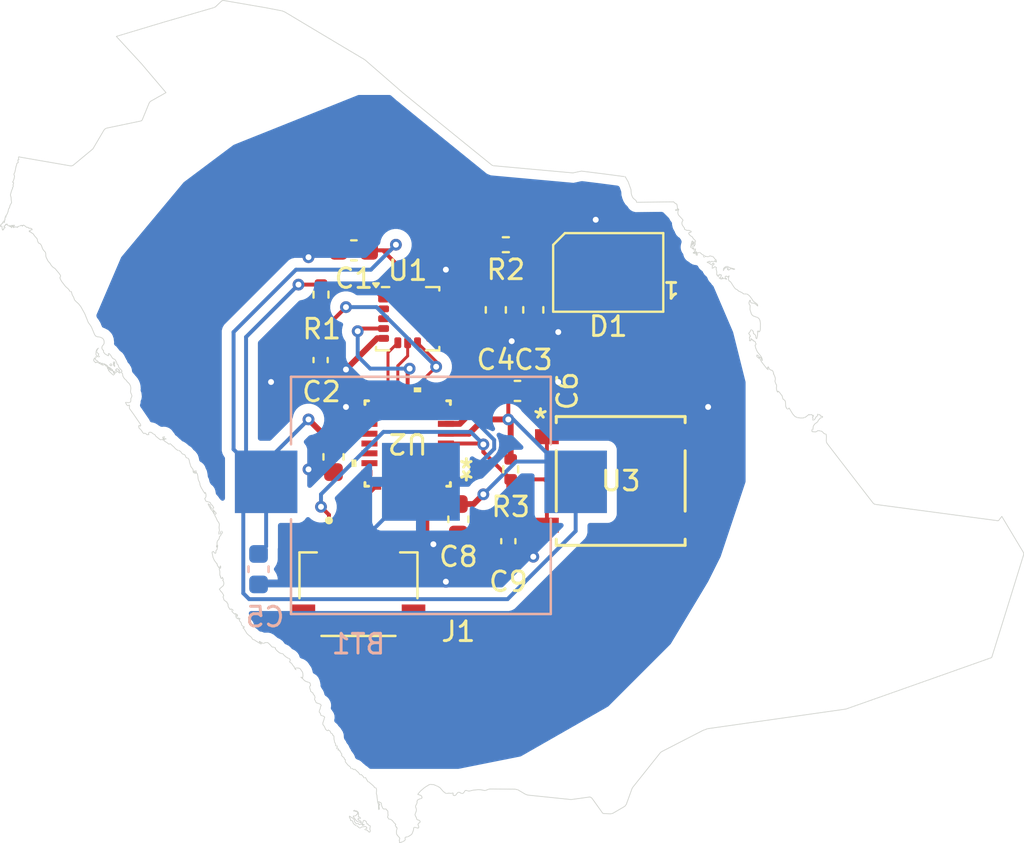
<source format=kicad_pcb>
(kicad_pcb (version 20241229) (generator "pcbnew") (generator_version "9.0")
  (layers (0 "F.Cu" signal) (2 "B.Cu" signal) (13 "F.Paste" user) (15 "B.Paste" user) (5 "F.SilkS" user "F.Silkscreen") (7 "B.SilkS" user "B.Silkscreen") (1 "F.Mask" user) (3 "B.Mask" user) (25 "Edge.Cuts" user))
  (net 0 "")
  (net 1 "/Power")
  (net 2 "GND")
  (net 3 "/NSS_CS")
  (net 4 "NRST")
  (net 6 "/LED")
  (net 7 "Net-(U2-PA13)")
  (net 8 "Net-(U2-PA14)")
  (net 9 "/SCK")
  (net 12 "/MISO")
  (net 13 "/MOSI")
  (footprint "Resistor_SMD:R_0402_1005Metric" (layer "F.Cu") (at 90.045 53.975)
    (property "Reference" "R2")
    (property "Value" "330" (hide yes))
  )
  (footprint "Capacitor_SMD:C_0603_1608Metric" (layer "F.Cu") (at 82.316787 54.262395 180)
    (property "Reference" "C1")
    (property "Value" "0.1uF" (hide yes))
  )
  (footprint "Package_LGA:LGA-16_3x3mm_P0.5mm_LayoutBorder3x5y" (layer "F.Cu") (at 85.0519 57.74)
    (property "Reference" "U1")
    (property "Value" "LIS3DHTR" (hide yes))
  )
  (footprint "Capacitor_SMD:C_0603_1608Metric" (layer "F.Cu") (at 89.535 57.29 -90)
    (property "Reference" "C4")
    (property "Value" "1uF" (hide yes))
  )
  (footprint "Resistor_SMD:R_0402_1005Metric" (layer "F.Cu") (at 80.645 56.515 -90)
    (property "Reference" "R1")
    (property "Value" "10k" (hide yes))
  )
  (footprint "Capacitor_SMD:C_0402_1005Metric" (layer "F.Cu") (at 90.17 69.06 -90)
    (property "Reference" "C9")
    (property "Value" "0.1uF, 3.3V" (hide yes))
  )
  (footprint "Capacitor_SMD:C_0402_1005Metric" (layer "F.Cu") (at 80.625753 59.844094 -90)
    (property "Reference" "C2")
    (property "Value" "0.1uF, 3.3V" (hide yes))
  )
  (footprint "Majed-footprints:UFQFPN28-4x4mm" (layer "F.Cu") (at 85.0519 64.09 180)
    (property "Reference" "U2")
    (property "Value" "STM32L031G6U6TR" (hide yes))
  )
  (footprint "Capacitor_SMD:C_0603_1608Metric" (layer "F.Cu") (at 81.28 64.77 -90)
    (property "Reference" "C7" (hide yes))
    (property "Value" "0.1uF" (hide yes))
  )
  (footprint "Capacitor_SMD:C_0603_1608Metric" (layer "F.Cu") (at 90.636188 61.413947)
    (property "Reference" "C6")
    (property "Value" "0.1uF" (hide yes))
  )
  (footprint "LED_SMD:LED_SK6812MINI_PLCC4_3.5x3.5mm_P1.75mm" (layer "F.Cu") (at 95.25 55.385 180)
    (property "Reference" "D1")
    (property "Value" "SK6812MINI" (hide yes))
  )
  (footprint "Majed-footprints:SPARKFUN_PRT-14417" (layer "F.Cu") (at 82.55 71.755)
    (property "Reference" "J1")
    (property "Value" "STM_PROGRAMER_PRT-14417" (hide yes))
  )
  (footprint "Majed-footprints:B3FS-101_OMR" (layer "F.Cu") (at 95.885 65.995)
    (property "Reference" "U3")
    (property "Value" "B3FS-1010" (hide yes))
  )
  (footprint "Capacitor_SMD:C_0603_1608Metric" (layer "F.Cu") (at 87.63 67.945 -90)
    (property "Reference" "C8")
    (property "Value" "0.1uF" (hide yes))
  )
  (footprint "Capacitor_SMD:C_0603_1608Metric" (layer "F.Cu") (at 91.44 57.29 -90)
    (property "Reference" "C3")
    (property "Value" "0.1uF" (hide yes))
  )
  (footprint "Resistor_SMD:R_0402_1005Metric" (layer "F.Cu") (at 90.290391 65.405 -90)
    (property "Reference" "R3")
    (property "Value" "10k" (hide yes))
  )
  (footprint "Majed-footprints:BAT_3000" (layer "B.Cu") (at 85.725 66.04)
    (property "Reference" "BT1")
    (property "Value" "3000")
  )
  (footprint "Capacitor_SMD:C_0603_1608Metric" (layer "B.Cu") (at 77.47 70.485 -90)
    (property "Reference" "C5")
    (property "Value" "10uF" (hide yes))
  )
  (gr_poly (pts (xy 69.294696 59.272728) (xy 69.267787 59.31551) (xy 69.247467 59.36266) (xy 69.240244 59.416156) (xy 69.261754 59.464258) (xy 69.308983 59.509581) (xy 69.327714 59.517599) (xy 69.345018 59.520298) (xy 69.343828 59.538555) (xy 69.322555 59.574751) (xy 69.314538 59.61047) (xy 69.317554 59.626105) (xy 69.32176 59.641266) (xy 69.340652 59.656031) (xy 69.369227 59.649522) (xy 69.377878 59.654445) (xy 69.364385 59.677304) (xy 69.339462 59.689686) (xy 69.308506 59.683973) (xy 69.259054 59.643967) (xy 69.231353 59.626107) (xy 69.21262 59.594355) (xy 69.208809 59.572446) (xy 69.202222 59.514424) (xy 69.208255 59.400679) (xy 69.247625 59.306224) (xy 69.309935 59.247168) (xy 69.327635 59.239867)) (stroke (width 0.039687)) (fill no) (layer "Edge.Cuts"))
  (gr_poly (pts (xy 69.215 59.69) (xy 69.200555 59.721592) (xy 69.15912 59.784059) (xy 69.162295 59.80946) (xy 69.179757 59.832161) (xy 69.196823 59.845179) (xy 69.211666 59.845733) (xy 69.22373 59.850656) (xy 69.236431 59.868516) (xy 69.256354 59.879866) (xy 69.276832 59.887328) (xy 69.340729 59.953685) (xy 69.373272 59.977576) (xy 69.40661 59.980355) (xy 69.42693 59.975116) (xy 69.433597 59.981783) (xy 69.435423 60.001151) (xy 69.443836 60.023854) (xy 69.466537 60.033854) (xy 69.488206 60.031393) (xy 69.491858 60.029409) (xy 69.483842 60.026314) (xy 69.485429 60.014408) (xy 69.496859 60.003373) (xy 69.517337 60.00639) (xy 69.5556 60.030123) (xy 69.552821 60.046472) (xy 69.538137 60.078222) (xy 69.51742 60.091955) (xy 69.50091 60.083619) (xy 69.468366 60.059884) (xy 69.270563 59.958602) (xy 69.217065 59.945585) (xy 69.200556 59.984003) (xy 69.176028 59.971302) (xy 69.129197 59.925821) (xy 69.097606 59.888674) (xy 69.082128 59.83081) (xy 69.102448 59.782946) (xy 69.163566 59.719287) (xy 69.190475 59.685395) (xy 69.210953 59.672456)) (stroke (width 0.039687)) (fill no) (layer "Edge.Cuts"))
  (gr_poly (pts (xy 82.126139 83.062191) (xy 82.139313 83.082195) (xy 82.169079 83.105609) (xy 82.265123 83.149422) (xy 82.317827 83.209513) (xy 82.344099 83.24618) (xy 82.353625 83.309204) (xy 82.352114 83.338973) (xy 82.396167 83.389057) (xy 82.438952 83.425806) (xy 82.455461 83.435891) (xy 82.544995 83.426603) (xy 82.574443 83.473194) (xy 82.624133 83.476925) (xy 82.673979 83.460733) (xy 82.71708 83.457795) (xy 82.746686 83.487883) (xy 82.74645 83.517725) (xy 82.776294 83.517963) (xy 82.849479 83.485421) (xy 82.780025 83.47161) (xy 82.743591 83.414701) (xy 82.773515 83.368183) (xy 82.792011 83.29468) (xy 82.808124 83.269439) (xy 82.843526 83.263968) (xy 82.859163 83.270235) (xy 82.878847 83.278173) (xy 82.94695 83.320397) (xy 82.949887 83.3635) (xy 82.982587 83.416838) (xy 82.977746 83.444542) (xy 83.038547 83.453752) (xy 83.05466 83.503598) (xy 83.150392 83.544408) (xy 83.150074 83.580841) (xy 83.143011 83.627195) (xy 83.125945 83.683394) (xy 83.132217 83.726575) (xy 83.154759 83.803012) (xy 83.130154 83.855005) (xy 83.130949 83.859212) (xy 83.074829 83.855321) (xy 83.006011 83.771816) (xy 82.949894 83.751418) (xy 82.896951 83.747687) (xy 82.870678 83.724273) (xy 82.940448 83.695063) (xy 82.980454 83.662282) (xy 82.964341 83.609099) (xy 82.901714 83.575444) (xy 82.838689 83.584893) (xy 82.765742 83.590921) (xy 82.715896 83.60378) (xy 82.669303 83.629895) (xy 82.629377 83.652756) (xy 82.579769 83.635846) (xy 82.523888 83.582347) (xy 82.484437 83.545598) (xy 82.42816 83.531943) (xy 82.362199 83.485031) (xy 82.302829 83.438198) (xy 82.273299 83.384937) (xy 82.257265 83.305245) (xy 82.214325 83.275078) (xy 82.171144 83.274762) (xy 82.141696 83.267932) (xy 82.148125 83.250789) (xy 82.145109 83.194988) (xy 82.108916 83.148314) (xy 82.085975 83.098386) (xy 82.089625 83.05195)) (stroke (width 0.039687)) (fill no) (layer "Edge.Cuts"))
  (gr_poly (pts (xy 101.322186 55.086253) (xy 101.343298 55.096413) (xy 101.378702 55.119668) (xy 101.427357 55.140385) (xy 101.559042 55.178406) (xy 101.683499 55.214363) (xy 101.638093 55.231745) (xy 101.60031 55.222936) (xy 101.563959 55.205156) (xy 101.52292 55.195551) (xy 101.48212 55.201109) (xy 101.443942 55.216825) (xy 101.408937 55.240478) (xy 101.378775 55.269688) (xy 101.359091 55.248336) (xy 101.356468 55.250161) (xy 101.345042 55.252384) (xy 101.32496 55.237779) (xy 101.311703 55.231745) (xy 101.31131 55.231667) (xy 101.31131 55.214362) (xy 101.344246 55.200075) (xy 101.350677 55.184915) (xy 101.340195 55.167691) (xy 101.329561 55.156976) (xy 101.319719 55.147134) (xy 101.2944 55.135148) (xy 101.267255 55.139434) (xy 101.240906 55.149832) (xy 101.217807 55.155706) (xy 101.18645 55.168644) (xy 101.155258 55.201426) (xy 101.127952 55.245082) (xy 101.109061 55.290327) (xy 101.102634 55.217936) (xy 101.148511 55.146658) (xy 101.220265 55.095143) (xy 101.294482 55.081411)) (stroke (width 0.039687)) (fill no) (layer "Edge.Cuts"))
  (gr_poly (pts (xy 69.660529 60.049724) (xy 69.782767 60.131243) (xy 69.796419 60.152197) (xy 69.809278 60.184265) (xy 69.846902 60.207204) (xy 69.885478 60.221571) (xy 69.940802 60.255622) (xy 70.028433 60.328408) (xy 70.050181 60.353013) (xy 70.046529 60.362775) (xy 70.036846 60.371111) (xy 70.039862 60.383017) (xy 70.026606 60.375874) (xy 69.988584 60.346028) (xy 69.955645 60.325312) (xy 69.930324 60.318962) (xy 69.920244 60.301581) (xy 69.907147 60.271417) (xy 69.884207 60.260067) (xy 69.868333 60.266892) (xy 69.845791 60.259513) (xy 69.820155 60.233958) (xy 69.796422 60.216178) (xy 69.784754 60.213082) (xy 69.773484 60.208875) (xy 69.760227 60.189269) (xy 69.758797 60.161885) (xy 69.73689 60.154344) (xy 69.702282 60.148313) (xy 69.695854 60.138707) (xy 69.705934 60.142121) (xy 69.703314 60.129975) (xy 69.6822 60.100527) (xy 69.644815 60.075762) (xy 69.600602 60.07846) (xy 69.58052 60.090683) (xy 69.569646 60.101159) (xy 69.550754 60.10727) (xy 69.551389 60.081791) (xy 69.575678 60.044167) (xy 69.614095 60.033133)) (stroke (width 0.039687)) (fill no) (layer "Edge.Cuts"))
  (gr_poly (pts (xy 70.307362 60.293811) (xy 70.336493 60.311826) (xy 70.360384 60.365405) (xy 70.376259 60.36342) (xy 70.381656 60.343975) (xy 70.391895 60.35747) (xy 70.404752 60.448031) (xy 70.430707 60.469386) (xy 70.442932 60.48153) (xy 70.437297 60.484071) (xy 70.426423 60.47931) (xy 70.407691 60.476213) (xy 70.405469 60.487564) (xy 70.415549 60.505107) (xy 70.395864 60.502091) (xy 70.347207 60.470182) (xy 70.334745 60.440336) (xy 70.338951 60.421843) (xy 70.315059 60.419302) (xy 70.284659 60.427954) (xy 70.267753 60.405173) (xy 70.255688 60.367788) (xy 70.233384 60.367788) (xy 70.206237 60.387153) (xy 70.20084 60.368261) (xy 70.219335 60.317067) (xy 70.243068 60.289048) (xy 70.273231 60.28881)) (stroke (width 0.039687)) (fill no) (layer "Edge.Cuts"))
  (gr_poly (pts (xy 76.157298 41.628062) (xy 76.645692 41.71212) (xy 77.134085 41.796178) (xy 77.622241 41.880077) (xy 77.820361 41.91397) (xy 77.820917 41.91397) (xy 77.821155 41.914129) (xy 77.821632 41.914288) (xy 78.66388 42.077086) (xy 78.796913 42.129314) (xy 78.934551 42.20988) (xy 79.188628 42.36228) (xy 79.405164 42.492376) (xy 79.622176 42.621995) (xy 79.838948 42.752011) (xy 80.055482 42.881789) (xy 80.272253 43.011488) (xy 80.489027 43.140948) (xy 80.705561 43.270488) (xy 80.922573 43.400108) (xy 81.139107 43.529568) (xy 81.355643 43.65895) (xy 81.572414 43.788252) (xy 81.789426 43.917554) (xy 82.005962 44.046617) (xy 82.222496 44.175761) (xy 82.439508 44.304824) (xy 82.656042 44.433888) (xy 82.876388 44.564936) (xy 83.04006 44.707573) (xy 83.249134 44.888945) (xy 83.45773 45.070237) (xy 83.666328 45.251371) (xy 83.875165 45.432425) (xy 84.109322 45.636498) (xy 84.343162 45.840254) (xy 84.577239 46.044168) (xy 84.625339 46.085999) (xy 84.811312 46.247606) (xy 84.811431 46.247686) (xy 84.81149 46.247726) (xy 84.81155 46.247766) (xy 84.811788 46.247924) (xy 84.812026 46.248083) (xy 85.073247 46.461602) (xy 85.291051 46.639799) (xy 85.508619 46.817598) (xy 85.726265 46.995398) (xy 85.944069 47.173119) (xy 86.22696 47.403782) (xy 86.510091 47.634288) (xy 86.79322 47.864634) (xy 87.076112 48.0949) (xy 87.195968 48.192373) (xy 87.359163 48.325008) (xy 87.642216 48.554799) (xy 87.925107 48.78443) (xy 88.208001 49.013983) (xy 88.443426 49.20472) (xy 88.678932 49.395459) (xy 88.914676 49.585958) (xy 89.149705 49.776458) (xy 89.339808 49.929969) (xy 89.355605 49.936002) (xy 89.3714 49.942273) (xy 89.38688 49.948543) (xy 89.403073 49.954654) (xy 89.629053 49.975054) (xy 89.82614 49.993073) (xy 90.02275 50.010773) (xy 90.219204 50.028792) (xy 90.415896 50.046572) (xy 90.669181 50.06967) (xy 90.922228 50.09253) (xy 91.175516 50.115628) (xy 91.428641 50.138487) (xy 91.681768 50.161347) (xy 91.935055 50.184446) (xy 92.188341 50.207385) (xy 92.441388 50.230324) (xy 92.629824 50.247389) (xy 92.817704 50.264376) (xy 93.005982 50.2816) (xy 93.19426 50.298587) (xy 93.454453 50.322082) (xy 93.562481 50.299064) (xy 93.627092 50.285332) (xy 93.670511 50.276044) (xy 93.778538 50.252946) (xy 93.886809 50.229849) (xy 94.162794 50.264139) (xy 94.438542 50.29835) (xy 94.714132 50.33264) (xy 94.990514 50.367089) (xy 95.236417 50.399474) (xy 95.482561 50.432019) (xy 95.728703 50.464563) (xy 95.974607 50.497027) (xy 96.112481 50.515363) (xy 96.112719 50.515363) (xy 96.113987 50.51568) (xy 96.114225 50.51576) (xy 96.144467 50.567591) (xy 96.263451 50.771426) (xy 96.400453 51.147664) (xy 96.411961 51.218705) (xy 96.421405 51.370549) (xy 96.44514 51.456353) (xy 96.478873 51.539379) (xy 96.51626 51.603117) (xy 96.568965 51.651933) (xy 96.625639 51.692018) (xy 96.671834 51.740437) (xy 96.692392 51.815049) (xy 96.825027 51.813779) (xy 97.26413 51.809096) (xy 97.70339 51.804412) (xy 98.142651 51.799887) (xy 98.58128 51.795362) (xy 98.639618 51.857274) (xy 98.670178 51.879261) (xy 98.734073 51.908788) (xy 98.743759 51.929188) (xy 98.766299 52.052138) (xy 98.766698 52.14612) (xy 98.744949 52.208825) (xy 98.688278 52.188029) (xy 98.676211 52.206524) (xy 98.673195 52.214621) (xy 98.670183 52.226368) (xy 98.71844 52.229781) (xy 98.759479 52.219302) (xy 98.790195 52.19303) (xy 98.806468 52.149612) (xy 98.835042 52.168821) (xy 98.833609 52.193983) (xy 98.806464 52.245498) (xy 98.79138 52.31884) (xy 98.789554 52.35186) (xy 98.802257 52.418059) (xy 98.833609 52.474256) (xy 99.039822 52.702935) (xy 99.052525 52.736589) (xy 99.016966 52.790327) (xy 98.998706 52.842792) (xy 98.996481 52.897721) (xy 99.010374 52.957491) (xy 99.035057 53.00202) (xy 99.113243 53.110049) (xy 99.129755 53.139099) (xy 99.126102 53.171881) (xy 99.123085 53.182438) (xy 99.161903 53.206012) (xy 99.246356 53.244271) (xy 99.273263 53.247366) (xy 99.357721 53.244271) (xy 99.379391 53.250621) (xy 99.428839 53.277925) (xy 99.458607 53.284196) (xy 99.468687 53.291736) (xy 99.467497 53.309119) (xy 99.459477 53.328487) (xy 99.450189 53.341424) (xy 99.434314 53.348727) (xy 99.417647 53.347694) (xy 99.399547 53.341424) (xy 99.357158 53.362698) (xy 99.346126 53.380557) (xy 99.349303 53.419451) (xy 99.373033 53.456758) (xy 99.422485 53.507716) (xy 99.479156 53.552801) (xy 99.5248 53.572247) (xy 99.52599 53.584631) (xy 99.581471 53.66837) (xy 99.681012 53.767508) (xy 99.692676 53.795687) (xy 99.670767 53.851963) (xy 99.66775 53.887445) (xy 99.669737 53.920306) (xy 99.677991 53.934593) (xy 99.672594 53.954357) (xy 99.650291 53.998648) (xy 99.618935 54.044844) (xy 99.585362 54.069688) (xy 99.602666 54.036986) (xy 99.606319 54.013491) (xy 99.600922 53.944989) (xy 99.608383 53.905778) (xy 99.62267 53.883314) (xy 99.630928 53.860455) (xy 99.61926 53.820212) (xy 99.58267 53.859106) (xy 99.542424 53.962928) (xy 99.500992 53.99182) (xy 99.546397 53.871409) (xy 99.551634 53.839341) (xy 99.539412 53.786477) (xy 99.51949 53.790446) (xy 99.498611 53.828387) (xy 99.451938 54.024682) (xy 99.450349 54.069687) (xy 99.444719 54.076514) (xy 99.436301 54.094928) (xy 99.439322 54.110168) (xy 99.467259 54.107866) (xy 99.48091 54.094451) (xy 99.498373 54.047699) (xy 99.516469 54.029998) (xy 99.516469 54.154537) (xy 99.526315 54.184144) (xy 99.549254 54.180256) (xy 99.572591 54.156522) (xy 99.585449 54.126916) (xy 99.602753 54.157554) (xy 99.605531 54.194543) (xy 99.600926 54.241057) (xy 99.632123 54.253121) (xy 99.655858 54.23931) (xy 99.673958 54.212323) (xy 99.686656 54.184145) (xy 99.687686 54.232247) (xy 99.682449 54.249313) (xy 99.669751 54.262012) (xy 99.681813 54.287333) (xy 99.679195 54.30432) (xy 99.663081 54.313526) (xy 99.635936 54.315591) (xy 99.661099 54.37663) (xy 99.669751 54.393537) (xy 99.609665 54.363214) (xy 99.584735 54.363691) (xy 99.567276 54.393537) (xy 99.619186 54.415444) (xy 99.663635 54.412746) (xy 99.698242 54.386473) (xy 99.720549 54.336546) (xy 99.737454 54.336546) (xy 99.754364 54.376233) (xy 99.724202 54.406873) (xy 99.713957 54.461562) (xy 99.72785 54.506488) (xy 99.771265 54.507837) (xy 99.789365 54.487437) (xy 99.778488 54.467911) (xy 99.759358 54.44886) (xy 99.754359 54.430048) (xy 99.773645 54.404411) (xy 99.800154 54.389885) (xy 99.857068 54.376311) (xy 99.905087 54.371786) (xy 99.93763 54.387899) (xy 100.025653 54.469815) (xy 100.116698 54.516962) (xy 100.140826 54.550221) (xy 100.093205 54.584115) (xy 100.128366 54.600862) (xy 100.159723 54.597133) (xy 100.174563 54.577527) (xy 100.160675 54.546016) (xy 100.202267 54.564827) (xy 100.245288 54.576654) (xy 100.339189 54.584115) (xy 100.359903 54.578082) (xy 100.40372 54.551887) (xy 100.423637 54.546014) (xy 100.449597 54.549188) (xy 100.498495 54.563476) (xy 100.525243 54.566649) (xy 100.575088 54.581492) (xy 100.61311 54.616973) (xy 100.669781 54.698095) (xy 100.687639 54.713732) (xy 100.70534 54.723496) (xy 100.721614 54.735242) (xy 100.737096 54.756912) (xy 100.743284 54.778105) (xy 100.748128 54.827714) (xy 100.755347 54.850178) (xy 100.724155 54.851765) (xy 100.705661 54.838192) (xy 100.698836 54.811998) (xy 100.703436 54.775883) (xy 100.686531 54.775883) (xy 100.634621 54.838429) (xy 100.498491 54.823904) (xy 100.450073 54.871052) (xy 100.431973 54.871052) (xy 100.415063 54.823268) (xy 100.372281 54.822792) (xy 100.278618 54.871052) (xy 100.299098 54.882799) (xy 100.353393 54.898278) (xy 100.381331 54.910661) (xy 100.403239 54.926933) (xy 100.417686 54.941458) (xy 100.43499 54.954555) (xy 100.46555 54.967572) (xy 100.481663 54.989163) (xy 100.494124 54.998926) (xy 100.507779 54.994401) (xy 100.549605 54.952649) (xy 100.550003 54.946855) (xy 100.56326 54.93495) (xy 100.56889 54.918758) (xy 100.576114 54.909788) (xy 100.592625 54.919313) (xy 100.611517 54.935982) (xy 100.634456 54.946855) (xy 100.617148 54.985352) (xy 100.593655 55.004562) (xy 100.569284 55.018453) (xy 100.549998 55.041867) (xy 100.542775 55.072427) (xy 100.541186 55.144658) (xy 100.534595 55.176567) (xy 100.560948 55.169343) (xy 100.58992 55.153944) (xy 100.618494 55.133149) (xy 100.643419 55.11005) (xy 100.671594 55.100128) (xy 100.704535 55.109416) (xy 100.755411 55.138625) (xy 100.735887 55.19268) (xy 100.743349 55.2461) (xy 100.761206 55.300313) (xy 100.770892 55.356986) (xy 100.766049 55.475731) (xy 100.779704 55.525658) (xy 100.82153 55.519784) (xy 100.818756 55.570425) (xy 100.835666 55.589317) (xy 100.862175 55.583206) (xy 100.889082 55.557805) (xy 100.876622 55.516212) (xy 100.898924 55.489543) (xy 100.937344 55.487082) (xy 100.973141 55.519863) (xy 100.98838 55.499146) (xy 101.001477 55.530499) (xy 100.994253 55.558519) (xy 100.980763 55.588046) (xy 100.973141 55.62432) (xy 100.964728 55.645592) (xy 100.943451 55.654641) (xy 100.915912 55.655117) (xy 100.889165 55.65107) (xy 100.908848 55.683138) (xy 100.968774 55.695203) (xy 100.988458 55.728539) (xy 101.013383 55.713538) (xy 101.029263 55.690361) (xy 101.057599 55.633845) (xy 101.059585 55.646228) (xy 101.061806 55.647816) (xy 101.066012 55.647022) (xy 101.074426 55.650991) (xy 101.049661 55.700601) (xy 101.070142 55.708855) (xy 101.133089 55.688932) (xy 101.171664 55.695917) (xy 101.23842 55.724968) (xy 101.278186 55.728461) (xy 101.21127 55.655278) (xy 101.19095 55.61178) (xy 101.227942 55.575188) (xy 101.258502 55.573917) (xy 101.282397 55.589396) (xy 101.304063 55.607811) (xy 101.32875 55.614795) (xy 101.348036 55.606222) (xy 101.3959 55.557884) (xy 101.387248 55.601937) (xy 101.364548 55.669405) (xy 101.362561 55.709491) (xy 101.377402 55.77299) (xy 101.390897 55.807994) (xy 101.404387 55.823235) (xy 101.450667 55.845062) (xy 101.495674 55.897132) (xy 101.638231 56.121923) (xy 101.710622 56.21249) (xy 101.732292 56.229397) (xy 101.802453 56.260512) (xy 101.825159 56.278927) (xy 101.861354 56.316708) (xy 101.886911 56.336314) (xy 102.040504 56.407117) (xy 102.136388 56.47776) (xy 102.191237 56.483871) (xy 102.248544 56.480618) (xy 102.310059 56.489268) (xy 102.386262 56.53356) (xy 102.457857 56.603806) (xy 102.581521 56.772717) (xy 102.623746 56.848361) (xy 102.803693 56.979012) (xy 102.844488 57.024574) (xy 102.852907 57.095456) (xy 102.741304 56.995603) (xy 102.681612 56.957582) (xy 102.546512 56.940675) (xy 102.511511 56.928769) (xy 102.487616 56.897733) (xy 102.468729 56.795736) (xy 102.447058 56.81304) (xy 102.424513 56.859871) (xy 102.412849 56.904796) (xy 102.410863 56.939324) (xy 102.411659 56.972425) (xy 102.419675 57.002825) (xy 102.437376 57.029415) (xy 102.462064 57.055689) (xy 102.468729 57.069659) (xy 102.458484 57.238727) (xy 102.462137 57.284844) (xy 102.528654 57.49495) (xy 102.556436 57.539558) (xy 102.597076 57.579643) (xy 102.642084 57.607742) (xy 102.853937 57.681401) (xy 102.926327 57.746251) (xy 102.96998 57.840073) (xy 102.98808 57.965802) (xy 102.986652 58.265681) (xy 102.977363 58.331087) (xy 102.952045 58.385934) (xy 102.903627 58.41697) (xy 102.902437 58.374664) (xy 102.883151 58.360217) (xy 102.856798 58.369821) (xy 102.834894 58.400063) (xy 102.850769 58.469277) (xy 102.844337 58.57556) (xy 102.824654 58.68359) (xy 102.802351 58.758519) (xy 102.763931 58.729628) (xy 102.753055 58.690338) (xy 102.754089 58.647077) (xy 102.750281 58.606597) (xy 102.732977 58.573496) (xy 102.710831 58.55159) (xy 102.687494 58.534048) (xy 102.667412 58.512856) (xy 102.653921 58.502458) (xy 102.642491 58.502458) (xy 102.634869 58.49571) (xy 102.630031 58.419431) (xy 102.625032 58.400935) (xy 102.615346 58.379505) (xy 102.59606 58.352358) (xy 102.565898 58.322195) (xy 102.533113 58.304177) (xy 102.504938 58.313543) (xy 102.440407 58.438797) (xy 102.420485 58.45626) (xy 102.393339 58.473406) (xy 102.406038 58.510473) (xy 102.432149 58.54627) (xy 102.446435 58.559685) (xy 102.451832 58.579847) (xy 102.474776 58.619455) (xy 102.478822 58.645887) (xy 102.470569 58.652712) (xy 102.453499 58.658823) (xy 102.436195 58.670095) (xy 102.428335 58.69105) (xy 102.434131 58.731136) (xy 102.443419 58.77003) (xy 102.445406 58.809716) (xy 102.428335 58.85234) (xy 102.469928 58.866787) (xy 102.504933 58.844961) (xy 102.522635 58.803685) (xy 102.51255 58.758361) (xy 102.536285 58.765505) (xy 102.553195 58.779476) (xy 102.581531 58.814717) (xy 102.594788 58.820988) (xy 102.605421 58.81829) (xy 102.612645 58.820432) (xy 102.615263 58.842022) (xy 102.615501 58.858692) (xy 102.618275 58.867424) (xy 102.625499 58.870676) (xy 102.640582 58.870916) (xy 102.703287 58.886155) (xy 102.72845 58.923145) (xy 102.741309 58.972039) (xy 102.768454 59.021093) (xy 102.768454 59.039904) (xy 102.719162 59.091499) (xy 102.745277 59.220243) (xy 102.803537 59.362326) (xy 102.852829 59.454002) (xy 103.001419 59.633232) (xy 103.063725 59.737213) (xy 103.089044 59.867468) (xy 103.073563 59.867468) (xy 103.030386 59.736973) (xy 103.013078 59.716017) (xy 102.983154 59.709191) (xy 102.946959 59.692126) (xy 102.91616 59.671014) (xy 102.885202 59.624736) (xy 102.846228 59.593702) (xy 102.810431 59.589338) (xy 102.802177 59.642914) (xy 102.820277 59.681172) (xy 102.883613 59.727369) (xy 102.903535 59.755231) (xy 102.916632 59.72761) (xy 102.920441 59.716021) (xy 102.937346 59.716021) (xy 103.031247 59.913265) (xy 103.312712 60.277597) (xy 103.377641 60.334904) (xy 103.370418 60.298393) (xy 103.354144 60.255846) (xy 103.347319 60.220445) (xy 103.368989 60.20576) (xy 103.3951 60.193377) (xy 103.406375 60.199488) (xy 103.416455 60.259655) (xy 103.428915 60.27434) (xy 103.440977 60.282357) (xy 103.446374 60.288945) (xy 103.466296 60.326886) (xy 103.512178 60.348477) (xy 103.596635 60.373878) (xy 103.617908 60.400467) (xy 103.665771 60.52334) (xy 103.647278 60.541992) (xy 103.677444 60.58406) (xy 103.710779 60.656449) (xy 103.738483 60.735191) (xy 103.750146 60.795593) (xy 103.74729 60.829644) (xy 103.734431 60.890366) (xy 103.731653 60.926243) (xy 103.73705 60.96101) (xy 103.74848 60.985695) (xy 103.759911 61.004269) (xy 103.773799 61.051419) (xy 103.809358 61.117618) (xy 103.815625 61.159369) (xy 103.800308 61.270971) (xy 103.82023 61.381858) (xy 103.84174 61.444883) (xy 103.867851 61.477507) (xy 103.886743 61.424881) (xy 103.950638 61.477903) (xy 104.017792 61.563233) (xy 104.045729 61.607842) (xy 104.087321 61.648958) (xy 104.136137 61.828983) (xy 104.198288 61.869861) (xy 104.247342 61.916773) (xy 104.268614 62.020914) (xy 104.274249 62.187602) (xy 104.284489 62.219194) (xy 104.305601 62.26666) (xy 104.331717 62.312141) (xy 104.358226 62.337778) (xy 104.394815 62.336984) (xy 104.447815 62.283579) (xy 104.628476 62.5833) (xy 104.74603 62.716967) (xy 104.870253 62.769909) (xy 105.018445 62.791262) (xy 105.158223 62.79039) (xy 105.286653 62.746655) (xy 105.45413 62.611956) (xy 105.459926 62.63418) (xy 105.586369 62.615606) (xy 105.609473 62.630845) (xy 105.629788 62.659341) (xy 105.651459 62.675056) (xy 105.67924 62.652752) (xy 105.681859 62.673788) (xy 105.679085 62.698313) (xy 105.669398 62.718555) (xy 105.653285 62.726811) (xy 105.639397 62.740541) (xy 105.644235 62.769593) (xy 105.655666 62.796027) (xy 105.662253 62.801106) (xy 105.654791 62.894213) (xy 105.669238 62.907151) (xy 105.712895 62.892148) (xy 105.746467 62.866749) (xy 105.814253 62.747051) (xy 105.84902 62.711808) (xy 105.880611 62.690139) (xy 105.900134 62.659501) (xy 105.898706 62.597033) (xy 105.935062 62.616082) (xy 105.980467 62.620051) (xy 106.018645 62.628703) (xy 106.034918 62.66212) (xy 106.046985 62.698077) (xy 106.077147 62.703076) (xy 106.115562 62.703554) (xy 106.153186 62.726971) (xy 106.153186 62.747211) (xy 106.113182 62.765863) (xy 106.062141 62.78158) (xy 106.018329 62.805233) (xy 105.999835 62.848571) (xy 105.990231 62.848651) (xy 105.933958 62.91088) (xy 105.92229 62.932869) (xy 105.90983 62.968666) (xy 105.898798 62.986683) (xy 105.75283 63.095269) (xy 105.729892 63.127416) (xy 105.7233 63.140432) (xy 105.69155 63.185044) (xy 105.679327 63.209095) (xy 105.674328 63.235684) (xy 105.669087 63.29585) (xy 105.662422 63.321805) (xy 105.661232 63.337365) (xy 105.663457 63.35554) (xy 105.66266 63.370859) (xy 105.653372 63.377369) (xy 105.626863 63.37594) (xy 105.615199 63.378401) (xy 105.610594 63.386657) (xy 105.608768 63.444996) (xy 105.611153 63.475396) (xy 105.619566 63.488413) (xy 105.774588 63.502384) (xy 105.831099 63.488413) (xy 105.861421 63.469441) (xy 105.882139 63.451581) (xy 105.905078 63.438166) (xy 105.942303 63.43285) (xy 106.105739 63.46706) (xy 106.14995 63.501111) (xy 106.222102 63.58247) (xy 106.328862 63.615252) (xy 106.344179 63.719394) (xy 106.343382 63.789244) (xy 106.338301 63.962837) (xy 106.351558 64.033163) (xy 106.388545 64.096822) (xy 106.529198 64.280019) (xy 106.657861 64.447659) (xy 106.786767 64.615299) (xy 106.915431 64.782939) (xy 107.044337 64.950183) (xy 107.173248 65.117505) (xy 107.302154 65.28459) (xy 107.430818 65.451912) (xy 107.559724 65.618998) (xy 107.688388 65.785924) (xy 107.817294 65.952928) (xy 107.945962 66.119934) (xy 108.074869 66.286702) (xy 108.203377 66.453229) (xy 108.332283 66.619917) (xy 108.461107 66.786527) (xy 108.590018 66.953054) (xy 108.722494 67.123709) (xy 108.771864 67.167128) (xy 108.832664 67.187132) (xy 109.229701 67.240155) (xy 109.573074 67.286032) (xy 109.916452 67.331911) (xy 110.260145 67.37771) (xy 110.603523 67.42351) (xy 110.946896 67.469389) (xy 111.29059 67.515188) (xy 111.633968 67.560987) (xy 111.977341 67.606787) (xy 112.321277 67.652664) (xy 112.66465 67.698543) (xy 113.008028 67.744184) (xy 113.351639 67.789984) (xy 113.694778 67.835943) (xy 114.038151 67.881585) (xy 114.381763 67.927226) (xy 114.725378 67.973185) (xy 115.063116 68.018113) (xy 115.100424 68.011443) (xy 115.264569 67.796894) (xy 115.421573 68.059467) (xy 115.620965 68.393557) (xy 115.820834 68.727328) (xy 116.020227 69.060781) (xy 116.219853 69.393839) (xy 116.351062 69.612835) (xy 116.376623 69.671097) (xy 116.377891 69.732215) (xy 116.285501 70.032888) (xy 116.273196 70.072892) (xy 116.256845 70.125597) (xy 116.211124 70.274109) (xy 116.139928 70.504852) (xy 116.047533 70.803778) (xy 115.938232 71.157236) (xy 115.816234 71.551332) (xy 115.686059 71.972415) (xy 115.654309 72.07473) (xy 115.55128 72.406677) (xy 115.416501 72.840541) (xy 115.286011 73.260118) (xy 115.16425 73.652151) (xy 115.054712 74.003146) (xy 114.962321 74.29969) (xy 114.891359 74.527974) (xy 114.845404 74.674818) (xy 114.829053 74.726728) (xy 114.749676 74.98073) (xy 114.377968 75.112573) (xy 113.955131 75.262513) (xy 113.5323 75.412214) (xy 113.110026 75.561836) (xy 112.687195 75.711536) (xy 112.26412 75.861158) (xy 111.841289 76.010781) (xy 111.418777 76.160403) (xy 110.995946 76.309785) (xy 110.57343 76.459249) (xy 110.15036 76.608631) (xy 109.727849 76.758013) (xy 109.305017 76.907398) (xy 108.881947 77.056542) (xy 108.459509 77.205768) (xy 108.036998 77.354914) (xy 107.614166 77.504058) (xy 107.33921 77.600736) (xy 106.949086 77.656299) (xy 106.553317 77.712577) (xy 106.157553 77.768932) (xy 105.761789 77.825214) (xy 105.36602 77.881491) (xy 104.970576 77.937847) (xy 104.575128 77.994124) (xy 104.179048 78.050241) (xy 103.783682 78.106679) (xy 103.387913 78.162874) (xy 102.992149 78.218991) (xy 102.596385 78.275351) (xy 102.200621 78.331546) (xy 101.805173 78.387746) (xy 101.409408 78.443946) (xy 101.013644 78.500141) (xy 100.617876 78.55634) (xy 100.299107 78.601741) (xy 100.069475 78.686116) (xy 99.95946 78.74303) (xy 99.604336 78.925829) (xy 99.180475 79.143793) (xy 98.707161 79.387474) (xy 98.282823 79.605521) (xy 97.966275 79.768476) (xy 97.910712 79.807532) (xy 97.719101 80.049309) (xy 97.494788 80.330614) (xy 97.10426 80.822106) (xy 96.735566 81.285019) (xy 96.495297 81.58648) (xy 96.453545 81.666652) (xy 96.336707 81.98955) (xy 96.171528 82.446512) (xy 96.098899 82.544222) (xy 96.096439 82.547554) (xy 95.814815 82.712734) (xy 95.511762 82.890932) (xy 95.438735 82.920536) (xy 95.358329 82.931888) (xy 95.032891 82.917762) (xy 94.998282 82.916256) (xy 94.967007 82.896251) (xy 94.758171 82.6051) (xy 94.57537 82.349434) (xy 94.415826 82.126229) (xy 94.324147 82.07289) (xy 93.775192 82.148934) (xy 93.366965 82.205605) (xy 92.767526 82.143692) (xy 92.300326 82.095435) (xy 91.686437 82.032172) (xy 91.162959 81.978037) (xy 91.050088 81.940573) (xy 90.648451 81.705306) (xy 90.508277 81.67681) (xy 90.093145 81.673876) (xy 90.031708 81.673478) (xy 89.726749 81.671335) (xy 89.226369 81.668003) (xy 89.172477 81.679909) (xy 89.017615 81.73881) (xy 88.948083 81.742934) (xy 88.778539 81.707773) (xy 88.627807 81.7019) (xy 88.388731 81.727219) (xy 88.199022 81.771508) (xy 88.152032 81.774767) (xy 88.047891 81.744362) (xy 87.997567 81.737935) (xy 87.961214 81.764128) (xy 87.925098 81.828188) (xy 87.887555 81.874701) (xy 87.840327 81.89677) (xy 87.776112 81.887404) (xy 87.681259 81.83835) (xy 87.63911 81.833667) (xy 87.58577 81.862163) (xy 87.548226 81.90685) (xy 87.516558 81.957415) (xy 87.477982 81.995748) (xy 87.4198 82.004404) (xy 87.390588 81.997972) (xy 87.375906 81.990113) (xy 87.36773 81.977652) (xy 87.357888 81.956939) (xy 87.364237 81.905426) (xy 87.364237 81.877091) (xy 87.349552 81.870261) (xy 87.291608 81.887647) (xy 87.248427 81.889634) (xy 87.150638 81.880817) (xy 87.058245 81.891378) (xy 87.013478 81.890979) (xy 86.964106 81.873438) (xy 86.861951 81.792075) (xy 86.689629 81.597924) (xy 86.584695 81.535457) (xy 86.402689 81.456479) (xy 86.362604 81.446083) (xy 86.278623 81.442751) (xy 86.233698 81.432195) (xy 86.179165 81.439656) (xy 86.125192 81.46037) (xy 85.907942 81.597452) (xy 85.692676 81.783428) (xy 85.57393 81.930114) (xy 85.566945 81.94202) (xy 85.708153 81.988854) (xy 85.756651 82.026157) (xy 85.782208 82.081642) (xy 85.773398 82.133475) (xy 85.717995 82.161014) (xy 85.66156 82.173873) (xy 85.596235 82.20181) (xy 85.545039 82.242693) (xy 85.529955 82.293729) (xy 85.532258 82.353499) (xy 85.518209 82.405968) (xy 85.466374 82.508283) (xy 85.451849 82.56186) (xy 85.461769 82.60353) (xy 85.481137 82.64655) (xy 85.495186 82.703547) (xy 85.494948 82.759902) (xy 85.484231 82.809436) (xy 85.444385 82.909128) (xy 85.427794 82.973343) (xy 85.437478 83.017083) (xy 85.489548 83.117809) (xy 85.519395 83.212104) (xy 85.54789 83.235601) (xy 85.639569 83.26124) (xy 85.66497 83.281244) (xy 85.681718 83.309264) (xy 85.68505 83.342759) (xy 85.674574 83.369826) (xy 85.655923 83.383403) (xy 85.63322 83.393401) (xy 85.610995 83.409514) (xy 85.575516 83.463091) (xy 85.580913 83.498572) (xy 85.603374 83.537867) (xy 85.617979 83.598191) (xy 85.618931 83.602242) (xy 85.60385 83.650344) (xy 85.561701 83.658359) (xy 85.462483 83.627959) (xy 85.400726 83.616373) (xy 85.369058 83.629863) (xy 85.356834 83.665262) (xy 85.353501 83.719796) (xy 85.343579 83.768534) (xy 85.279762 83.936885) (xy 85.248886 83.981096) (xy 85.195545 84.021343) (xy 85.087517 84.085558) (xy 85.051242 84.098577) (xy 84.955276 84.116434) (xy 84.929005 84.127864) (xy 84.919559 84.161519) (xy 84.926229 84.200649) (xy 84.929008 84.242324) (xy 84.907813 84.2836) (xy 84.844234 84.328049) (xy 84.757399 84.365197) (xy 84.640104 84.406578) (xy 84.636689 84.399593) (xy 84.637087 84.306406) (xy 84.619784 84.279659) (xy 84.653596 84.195682) (xy 84.637087 84.146628) (xy 84.517309 84.010897) (xy 84.489925 83.952637) (xy 84.480717 83.903263) (xy 84.4831 83.790314) (xy 84.51207 83.680378) (xy 84.511275 83.633155) (xy 84.466666 83.6222) (xy 84.483176 83.602993) (xy 84.453412 83.574968) (xy 84.428644 83.53528) (xy 84.422851 83.498453) (xy 84.449759 83.479639) (xy 84.434678 83.453844) (xy 84.365304 83.391689) (xy 84.349586 83.373117) (xy 84.318234 83.326526) (xy 84.260371 83.261519) (xy 84.243463 83.249375) (xy 84.164485 83.205718) (xy 84.13972 83.202784) (xy 84.112414 83.217231) (xy 84.028197 83.099361) (xy 84.062569 82.985616) (xy 84.044867 82.944101) (xy 84.045105 82.81726) (xy 84.034231 82.773122) (xy 84.01034 82.757645) (xy 83.986605 82.745661) (xy 83.976129 82.71137) (xy 83.956445 82.688669) (xy 83.91144 82.685099) (xy 83.8608 82.688033) (xy 83.825637 82.684861) (xy 83.795475 82.657633) (xy 83.770708 82.61604) (xy 83.739912 82.54381) (xy 83.728877 82.505953) (xy 83.716415 82.417289) (xy 83.704746 82.381807) (xy 83.682204 82.361725) (xy 83.570999 82.312827) (xy 83.57719 82.357436) (xy 83.59505 82.398474) (xy 83.638469 82.471662) (xy 83.588383 82.503412) (xy 83.613306 82.672483) (xy 83.586398 82.720186) (xy 83.572347 82.666449) (xy 83.570919 82.489286) (xy 83.560679 82.436258) (xy 83.5275 82.335688) (xy 83.484322 81.984693) (xy 83.468444 81.922702) (xy 83.457412 81.876821) (xy 83.472095 81.747837) (xy 83.468444 81.692832) (xy 83.450346 81.635204) (xy 83.434631 81.611158) (xy 83.410342 81.601233) (xy 83.385021 81.599965) (xy 83.365733 81.594728) (xy 83.353271 81.582108) (xy 83.348826 81.559485) (xy 83.333507 81.529799) (xy 83.067363 81.299929) (xy 83.045056 81.292627) (xy 83.037835 81.306676) (xy 83.020925 81.284296) (xy 82.994414 81.230001) (xy 82.945598 81.160709) (xy 82.931151 81.117052) (xy 82.920913 81.09697) (xy 82.902815 81.088318) (xy 82.846698 81.100147) (xy 82.821377 81.094031) (xy 82.810503 81.061727) (xy 82.79804 81.039347) (xy 82.691122 80.927428) (xy 82.686677 80.932587) (xy 82.671198 80.939733) (xy 82.652547 80.94513) (xy 82.638896 80.94513) (xy 82.615161 80.921395) (xy 82.5392 80.812255) (xy 82.513879 80.798526) (xy 82.367511 80.660094) (xy 82.314012 80.682241) (xy 82.221539 80.617549) (xy 82.165262 80.626201) (xy 82.142321 80.5581) (xy 82.098904 80.514681) (xy 82.045801 80.477932) (xy 81.996352 80.429752) (xy 81.892609 80.296401) (xy 81.876891 80.252423) (xy 81.880542 80.219643) (xy 81.887765 80.190671) (xy 81.883719 80.169953) (xy 81.852126 80.161937) (xy 81.834029 80.154238) (xy 81.830378 80.13519) (xy 81.83157 80.112329) (xy 81.827759 80.092646) (xy 81.723618 79.998662) (xy 81.685599 79.944847) (xy 81.707903 79.896032) (xy 81.664883 79.842217) (xy 81.647183 79.813643) (xy 81.640356 79.779833) (xy 81.629481 79.764827) (xy 81.607735 79.757132) (xy 81.593845 79.741179) (xy 81.605275 79.700777) (xy 81.555033 79.695458) (xy 81.507169 79.682997) (xy 81.514233 79.671805) (xy 81.518043 79.663231) (xy 81.523917 79.655692) (xy 81.537807 79.647434) (xy 81.522568 79.61632) (xy 81.500422 79.601635) (xy 81.472244 79.60092) (xy 81.438033 79.612113) (xy 81.453908 79.587664) (xy 81.465975 79.562583) (xy 81.468355 79.539722) (xy 81.454861 79.521627) (xy 81.47018 79.486621) (xy 81.455733 79.46892) (xy 81.423984 79.464159) (xy 81.385805 79.468366) (xy 81.393664 79.432807) (xy 81.385409 79.383117) (xy 81.367073 79.333664) (xy 81.344372 79.299533) (xy 81.3331 79.268419) (xy 81.317781 79.169597) (xy 81.310956 79.148485) (xy 81.305559 79.126343) (xy 81.301748 78.986798) (xy 81.295955 78.97172) (xy 81.288889 78.96045) (xy 81.277619 78.953702) (xy 81.259521 78.9514) (xy 81.246425 78.94164) (xy 81.24182 78.919571) (xy 81.240391 78.8952) (xy 81.235786 78.878455) (xy 81.146328 78.81662) (xy 81.132833 78.800113) (xy 81.128786 78.772886) (xy 81.11672 78.740659) (xy 81.097988 78.713591) (xy 81.05957 78.696448) (xy 81.045123 78.68359) (xy 81.034089 78.670891) (xy 81.03028 78.665174) (xy 81.014961 78.670333) (xy 80.989244 78.697162) (xy 80.979558 78.702166) (xy 80.95265 78.692003) (xy 80.925347 78.675176) (xy 80.899628 78.653748) (xy 80.879706 78.629537) (xy 80.813584 78.481903) (xy 80.785647 78.441817) (xy 80.754294 78.407842) (xy 80.738657 78.377602) (xy 80.736277 78.341961) (xy 80.7435 78.291318) (xy 80.802396 78.120188) (xy 80.811048 78.066845) (xy 80.81851 78.046369) (xy 80.831606 78.037163) (xy 80.834623 78.022158) (xy 80.811128 77.98517) (xy 80.80089 77.983188) (xy 80.746201 77.953658) (xy 80.743583 77.949529) (xy 80.642458 77.92437) (xy 80.616901 77.842536) (xy 80.615473 77.827137) (xy 80.567609 77.763398) (xy 80.556575 77.754984) (xy 80.554748 77.727761) (xy 80.558399 77.699581) (xy 80.57348 77.647908) (xy 80.585547 77.619175) (xy 80.597611 77.599408) (xy 80.606661 77.57901) (xy 80.611903 77.531149) (xy 80.623967 77.476776) (xy 80.655559 77.412959) (xy 80.634049 77.374145) (xy 80.588648 77.344061) (xy 80.539752 77.323423) (xy 80.432992 77.292148) (xy 80.38894 77.261272) (xy 80.363621 77.189119) (xy 80.328615 77.133796) (xy 80.318774 77.109189) (xy 80.319964 77.08014) (xy 80.33846 77.019813) (xy 80.336871 76.994412) (xy 80.322427 76.94655) (xy 80.318776 76.920117) (xy 80.308694 76.897338) (xy 80.263448 76.872651) (xy 80.252812 76.849475) (xy 80.241938 76.794072) (xy 80.215189 76.765498) (xy 80.177169 76.745176) (xy 80.110413 76.691123) (xy 80.114858 76.683027) (xy 80.118111 76.651197) (xy 80.112476 76.624923) (xy 80.088347 76.584205) (xy 80.082709 76.561821) (xy 80.078899 76.534119) (xy 80.065404 76.492051) (xy 80.06699 76.462761) (xy 80.083659 76.436329) (xy 80.106598 76.415293) (xy 80.118664 76.396085) (xy 80.101201 76.374971) (xy 80.107232 76.346793) (xy 80.101993 76.319407) (xy 80.08834 76.297263) (xy 80.082705 76.265911) (xy 79.871408 76.190425) (xy 79.81291 76.158675) (xy 79.687499 76.028343) (xy 79.627569 75.995878) (xy 79.627569 75.979527) (xy 79.65432 75.983258) (xy 79.711628 76.015404) (xy 79.726867 75.90793) (xy 79.720438 75.776566) (xy 79.702738 75.719574) (xy 79.589151 75.554397) (xy 79.541129 75.522248) (xy 79.414049 75.507167) (xy 79.364757 75.508914) (xy 79.342451 75.534155) (xy 79.371024 75.600354) (xy 79.334037 75.569638) (xy 79.302046 75.514711) (xy 79.281568 75.462323) (xy 79.279346 75.438906) (xy 79.243942 75.416443) (xy 79.143454 75.268412) (xy 79.067094 75.220866) (xy 79.050981 75.204197) (xy 79.053364 75.185305) (xy 79.08432 75.116013) (xy 79.069477 75.068943) (xy 79.040109 75.040924) (xy 78.96494 75.008381) (xy 78.872071 74.951229) (xy 78.849766 74.942976) (xy 78.827066 74.907099) (xy 78.805398 74.899003) (xy 78.782855 74.886463) (xy 78.721341 74.799467) (xy 78.701417 74.789385) (xy 78.640536 74.774066) (xy 78.619262 74.771605) (xy 78.573623 74.759303) (xy 78.523537 74.729853) (xy 78.410746 74.63889) (xy 78.32248 74.538242) (xy 78.338989 74.500142) (xy 78.297159 74.471248) (xy 78.232468 74.452913) (xy 78.156268 74.441324) (xy 78.141821 74.42815) (xy 78.118722 74.394417) (xy 78.080147 74.359412) (xy 78.058 74.334091) (xy 78.060383 74.322422) (xy 78.034663 74.306309) (xy 77.956241 74.23368) (xy 77.916238 74.21447) (xy 77.860752 74.215583) (xy 77.799476 74.226299) (xy 77.750025 74.244477) (xy 77.729307 74.266781) (xy 77.670174 74.244637) (xy 77.564605 74.18066) (xy 77.509757 74.157323) (xy 77.512773 74.19074) (xy 77.52722 74.209391) (xy 77.547302 74.222488) (xy 77.56778 74.240032) (xy 77.579607 74.245589) (xy 77.603499 74.261858) (xy 77.618342 74.278688) (xy 77.602467 74.286465) (xy 77.559208 74.274877) (xy 77.31759 74.126129) (xy 77.282823 74.096045) (xy 77.250437 74.080487) (xy 77.201385 74.066436) (xy 77.156378 74.045084) (xy 77.118199 73.965074) (xy 77.075574 73.923561) (xy 76.942701 73.819976) (xy 76.875788 73.753143) (xy 76.729024 73.514222) (xy 76.680366 73.473186) (xy 76.680366 73.45358) (xy 76.705052 73.455166) (xy 76.724578 73.451593) (xy 76.738866 73.440005) (xy 76.747914 73.417543) (xy 76.709893 73.410637) (xy 76.67854 73.392379) (xy 76.621231 73.337214) (xy 76.605118 73.308002) (xy 76.590434 73.230851) (xy 76.579003 73.201165) (xy 76.496374 73.107344) (xy 76.488913 73.063371) (xy 76.52868 73.00122) (xy 76.443036 72.97201) (xy 76.408825 72.966771) (xy 76.414857 72.98741) (xy 76.426288 73.002253) (xy 76.441369 73.012889) (xy 76.459071 73.020984) (xy 76.410652 73.005427) (xy 76.356359 72.974231) (xy 76.323973 72.934465) (xy 76.341278 72.89295) (xy 76.318338 72.88168) (xy 76.308099 72.865647) (xy 76.310321 72.845642) (xy 76.32437 72.822386) (xy 76.335244 72.842784) (xy 76.354136 72.857627) (xy 76.379218 72.867947) (xy 76.408745 72.874852) (xy 76.396681 72.84342) (xy 76.393029 72.829053) (xy 76.391839 72.812624) (xy 76.386996 72.787541) (xy 76.375328 72.786669) (xy 76.358659 72.79159) (xy 76.341196 72.784684) (xy 76.308018 72.73674) (xy 76.294524 72.735788) (xy 76.290476 72.784764) (xy 76.23777 72.75103) (xy 76.167047 72.694278) (xy 76.116168 72.628635) (xy 76.120373 72.568151) (xy 76.130612 72.581723) (xy 76.149345 72.598315) (xy 76.166808 72.604108) (xy 76.172204 72.586168) (xy 76.16379 72.554816) (xy 76.149899 72.542912) (xy 76.131803 72.536798) (xy 76.111878 72.522988) (xy 76.088146 72.511239) (xy 76.062427 72.515764) (xy 76.036314 72.5264) (xy 76.012422 72.532038) (xy 76.011787 72.521482) (xy 75.942254 72.414086) (xy 75.926617 72.375748) (xy 75.919553 72.331379) (xy 75.918123 72.26772) (xy 75.910107 72.243747) (xy 75.876372 72.220571) (xy 75.868911 72.196122) (xy 75.865896 72.164453) (xy 75.856608 72.153023) (xy 75.840494 72.147546) (xy 75.736355 72.073567) (xy 75.709051 72.042768) (xy 75.693335 71.97014) (xy 75.670395 71.918149) (xy 75.664998 71.887353) (xy 75.670395 71.874018) (xy 75.693891 71.840361) (xy 75.698733 71.823932) (xy 75.681668 71.785752) (xy 75.589036 71.641289) (xy 75.555064 71.620573) (xy 75.477832 71.496512) (xy 75.673412 71.324588) (xy 75.700955 71.260132) (xy 75.70421 71.175519) (xy 75.685318 71.098841) (xy 75.64817 71.058439) (xy 75.64817 71.043756) (xy 75.674681 71.02042) (xy 75.671029 70.985016) (xy 75.631025 70.897068) (xy 75.599672 70.953664) (xy 75.574351 70.960807) (xy 75.551014 70.930963) (xy 75.528471 70.877147) (xy 75.546728 70.860715) (xy 75.506326 70.802375) (xy 75.497516 70.72451) (xy 75.501167 70.641721) (xy 75.496167 70.568854) (xy 75.469656 70.496784) (xy 75.474497 70.457414) (xy 75.520932 70.440188) (xy 75.534189 70.424949) (xy 75.54665 70.388912) (xy 75.54784 70.347242) (xy 75.528553 70.314777) (xy 75.509661 70.37018) (xy 75.496802 70.393357) (xy 75.47791 70.405661) (xy 75.443302 70.40717) (xy 75.435285 70.394389) (xy 75.435921 70.373433) (xy 75.427507 70.350892) (xy 75.411632 70.336365) (xy 75.400757 70.328428) (xy 75.390678 70.318027) (xy 75.378216 70.296517) (xy 75.370755 70.271912) (xy 75.367103 70.227859) (xy 75.35988 70.205635) (xy 75.355037 70.204364) (xy 75.326065 70.187457) (xy 75.321064 70.178487) (xy 75.314238 70.158325) (xy 75.309238 70.149435) (xy 75.225497 70.042994) (xy 75.153981 69.883689) (xy 75.108657 69.659534) (xy 75.11215 69.608576) (xy 75.177555 69.583889) (xy 75.244389 69.669692) (xy 75.292491 69.670328) (xy 75.303206 69.61143) (xy 75.303206 69.55952) (xy 75.309239 69.531104) (xy 75.319478 69.520944) (xy 75.352657 69.496973) (xy 75.35988 69.48332) (xy 75.36488 69.432916) (xy 75.388217 69.327108) (xy 75.393614 69.273056) (xy 75.378136 69.273056) (xy 75.342973 69.364178) (xy 75.326066 69.325046) (xy 75.33448 69.295994) (xy 75.350753 69.26734) (xy 75.359801 69.228449) (xy 75.359801 69.118991) (xy 75.378057 69.046996) (xy 75.459257 68.952619) (xy 75.484577 68.83943) (xy 75.50204 68.813159) (xy 75.524346 68.790854) (xy 75.54665 68.762835) (xy 75.580464 68.688141) (xy 75.62285 68.64488) (xy 75.630866 68.63361) (xy 75.630866 68.599878) (xy 75.61761 68.569239) (xy 75.593479 68.551856) (xy 75.562126 68.558841) (xy 75.545458 68.584719) (xy 75.528392 68.66084) (xy 75.512437 68.688224) (xy 75.451794 68.699892) (xy 75.449254 68.623297) (xy 75.481003 68.511614) (xy 75.461636 68.365404) (xy 75.479654 68.2161) (xy 75.461082 68.142835) (xy 75.441952 68.107038) (xy 75.373611 68.012979) (xy 75.309079 67.863198) (xy 75.261057 67.78311) (xy 75.24296 67.741042) (xy 75.249389 67.708577) (xy 75.314556 67.648093) (xy 75.310508 67.627139) (xy 75.191921 67.494424) (xy 75.143661 67.454498) (xy 75.122151 67.467517) (xy 75.1312 67.482437) (xy 75.174618 67.528475) (xy 75.191127 67.552446) (xy 75.199143 67.581019) (xy 75.201763 67.608245) (xy 75.207796 67.634914) (xy 75.224703 67.662062) (xy 75.206447 67.680395) (xy 75.173902 67.605228) (xy 75.105085 67.497914) (xy 75.037774 67.422429) (xy 74.910297 67.190336) (xy 74.910695 67.153981) (xy 74.982926 67.193589) (xy 75.063095 67.372023) (xy 75.106751 67.385994) (xy 75.133659 67.402661) (xy 75.157392 67.39885) (xy 75.17668 67.379642) (xy 75.191127 67.34932) (xy 75.165409 67.318524) (xy 75.123579 67.237561) (xy 75.097861 67.22121) (xy 75.079763 67.213433) (xy 75.059681 67.193669) (xy 75.044441 67.166839) (xy 75.037774 67.137787) (xy 75.016263 67.095243) (xy 74.966812 67.074685) (xy 74.910536 67.060794) (xy 74.869102 67.037855) (xy 74.819413 67.048015) (xy 74.783218 67.00523) (xy 74.732577 66.891247) (xy 74.76012 66.863944) (xy 74.780996 66.828225) (xy 74.795046 66.789013) (xy 74.800046 66.751389) (xy 74.793935 66.674556) (xy 74.782266 66.633201) (xy 74.780124 66.600023) (xy 74.751231 66.586688) (xy 74.728926 66.627724) (xy 74.698049 66.569146) (xy 74.655027 66.510408) (xy 74.609465 66.420952) (xy 74.565413 66.368563) (xy 74.546918 66.309349) (xy 74.516676 66.268471) (xy 74.509771 66.23196) (xy 74.48834 66.185527) (xy 74.488737 66.146633) (xy 74.470083 66.066227) (xy 74.436666 66.002648) (xy 74.405075 65.92478) (xy 74.391106 65.818817) (xy 74.381818 65.743171) (xy 74.367293 65.684275) (xy 74.361577 65.636251) (xy 74.320143 65.591961) (xy 74.301888 65.562114) (xy 74.294029 65.517505) (xy 74.290617 65.47361) (xy 74.23553 65.504963) (xy 74.211241 65.489165) (xy 74.191813 65.489165) (xy 74.194194 65.53433) (xy 74.217531 65.557983) (xy 74.279682 65.581004) (xy 74.279682 65.599656) (xy 74.197052 65.591878) (xy 74.142839 65.540998) (xy 74.140776 65.409951) (xy 74.031159 65.26771) (xy 73.973136 65.082449) (xy 73.955832 65.02109) (xy 73.944958 64.954337) (xy 73.92686 64.89171) (xy 73.888285 64.842972) (xy 73.863758 64.830432) (xy 73.837008 64.824478) (xy 73.795733 64.810508) (xy 73.772396 64.78336) (xy 73.760966 64.744546) (xy 73.741202 64.697236) (xy 73.711198 64.658265) (xy 73.670558 64.645484) (xy 73.630553 64.634053) (xy 73.597058 64.615242) (xy 73.572849 64.59635) (xy 73.548719 64.550869) (xy 73.508634 64.503403) (xy 73.489029 64.487132) (xy 73.44831 64.457446) (xy 73.397826 64.441886) (xy 73.357346 64.436489) (xy 73.298529 64.3972) (xy 73.266621 64.373309) (xy 73.217885 64.327349) (xy 73.170896 64.267897) (xy 73.120335 64.228608) (xy 73.078186 64.189476) (xy 73.004129 64.117799) (xy 72.984205 64.107797) (xy 72.963964 64.102558) (xy 72.941977 64.11256) (xy 72.921658 64.125895) (xy 72.866016 64.087399) (xy 72.82744 64.056363) (xy 72.725761 63.991356) (xy 72.648925 63.932061) (xy 72.663292 63.899755) (xy 72.705995 63.869593) (xy 72.766876 63.859906) (xy 72.742667 63.835382) (xy 72.706076 63.847286) (xy 72.659323 63.871259) (xy 72.641225 63.83665) (xy 72.669801 63.790216) (xy 72.68012 63.74775) (xy 72.653767 63.737432) (xy 72.637496 63.757592) (xy 72.607096 63.763467) (xy 72.592808 63.78974) (xy 72.606937 63.804027) (xy 72.614953 63.828394) (xy 72.618842 63.862843) (xy 72.620747 63.887212) (xy 72.60646 63.903325) (xy 72.55185 63.882687) (xy 72.47684 63.902531) (xy 72.364526 63.81641) (xy 72.330553 63.785135) (xy 72.234668 63.708936) (xy 72.212603 63.654167) (xy 72.180297 63.631782) (xy 72.137831 63.611382) (xy 72.093382 63.586857) (xy 72.057106 63.552328) (xy 72.00861 63.519706) (xy 71.949872 63.521532) (xy 71.921772 63.518435) (xy 71.884783 63.546217) (xy 71.876767 63.582014) (xy 71.890737 63.636703) (xy 71.785484 63.640434) (xy 71.759291 63.599874) (xy 71.686503 63.565267) (xy 71.629751 63.583364) (xy 71.57522 63.526531) (xy 71.54093 63.465651) (xy 71.4864 63.388577) (xy 71.399325 63.31341) (xy 71.371067 63.222129) (xy 71.395514 63.16744) (xy 71.413771 63.173552) (xy 71.462428 63.206096) (xy 71.482828 63.163549) (xy 71.466636 63.112829) (xy 71.127149 62.61594) (xy 70.975066 62.403689) (xy 70.903074 62.307488) (xy 70.899422 62.232241) (xy 70.907836 62.212316) (xy 70.90982 62.185329) (xy 70.907439 62.158342) (xy 70.899422 62.139292) (xy 70.881324 62.130402) (xy 70.849337 62.162548) (xy 70.823382 62.166279) (xy 70.779964 62.13969) (xy 70.747975 62.095875) (xy 70.705589 61.999198) (xy 70.768534 62.000388) (xy 70.824017 62.009438) (xy 70.879342 62.011104) (xy 70.941652 61.989832) (xy 70.972369 61.944113) (xy 70.976021 61.806477) (xy 71.030076 61.691224) (xy 71.022852 61.629789) (xy 70.975386 61.515568) (xy 70.959747 61.450083) (xy 70.975386 61.28935) (xy 70.970941 61.227594) (xy 70.957844 61.169332) (xy 70.93673 61.115279) (xy 70.907757 61.065035) (xy 70.861322 61.008835) (xy 70.832986 60.98177) (xy 70.806474 60.96264) (xy 70.783137 60.94105) (xy 70.76004 60.889931) (xy 70.739323 60.868341) (xy 70.690111 60.829923) (xy 70.641295 60.775868) (xy 70.59867 60.714035) (xy 70.568904 60.653075) (xy 70.563269 60.625927) (xy 70.558031 60.564731) (xy 70.551998 60.540996) (xy 70.535725 60.515993) (xy 70.498102 60.474639) (xy 70.486275 60.447571) (xy 70.529693 60.416297) (xy 70.49334 60.354384) (xy 70.383565 60.242147) (xy 70.364673 60.207383) (xy 70.324906 60.090861) (xy 70.312046 60.071733) (xy 70.278312 60.049349) (xy 70.265452 60.034744) (xy 70.26204 60.019107) (xy 70.264421 59.985134) (xy 70.25696 59.969419) (xy 70.23545 59.9364) (xy 70.200445 59.857342) (xy 70.181158 59.827338) (xy 70.149567 59.803685) (xy 70.077416 59.773999) (xy 70.046062 59.754155) (xy 69.948986 59.598024) (xy 69.887471 59.520792) (xy 69.833813 59.516665) (xy 69.828971 59.547381) (xy 69.845641 59.579052) (xy 69.854293 59.606277) (xy 69.82532 59.623262) (xy 69.793966 59.613816) (xy 69.718163 59.559446) (xy 69.681174 59.546745) (xy 69.659028 59.531982) (xy 69.603149 59.460463) (xy 69.587669 59.434192) (xy 69.584654 59.417523) (xy 69.587669 59.358467) (xy 69.582272 59.342591) (xy 69.552507 59.33521) (xy 69.537188 59.321717) (xy 69.507025 59.252662) (xy 69.50385 59.188286) (xy 69.527346 59.12693) (xy 69.579258 59.066924) (xy 69.611803 59.010727) (xy 69.62085 58.935479) (xy 69.611167 58.85801) (xy 69.587672 58.794907) (xy 69.529173 58.731804) (xy 69.45075 58.690608) (xy 69.36431 58.668461) (xy 69.282474 58.661714) (xy 69.193812 58.629487) (xy 69.134678 58.550905) (xy 68.977833 58.176812) (xy 68.921159 58.080609) (xy 68.813844 57.935274) (xy 68.631281 57.483788) (xy 68.435859 57.132158) (xy 68.318066 56.981028) (xy 68.174953 56.852441) (xy 68.10939 56.777113) (xy 68.070417 56.657336) (xy 67.996043 56.52613) (xy 67.947228 56.354045) (xy 67.902619 56.366427) (xy 67.868885 56.335391) (xy 67.810782 56.240618) (xy 67.650524 56.096949) (xy 67.452483 55.838582) (xy 67.38176 55.701582) (xy 67.373743 55.679357) (xy 67.370727 55.651894) (xy 67.376125 55.629193) (xy 67.400255 55.589505) (xy 67.40589 55.565534) (xy 67.393825 55.532196) (xy 67.33469 55.442106) (xy 67.127046 55.193979) (xy 67.010047 55.113176) (xy 66.979885 55.086347) (xy 66.921386 55.013559) (xy 66.855028 54.90426) (xy 66.780257 54.829806) (xy 66.686198 54.654864) (xy 66.659051 54.583188) (xy 66.650002 54.526753) (xy 66.648415 54.426184) (xy 66.633731 54.373797) (xy 66.613252 54.337363) (xy 66.531814 54.250924) (xy 66.486807 54.175994) (xy 66.423307 54.005417) (xy 66.372269 53.933822) (xy 66.348933 53.918106) (xy 66.299086 53.898342) (xy 66.279798 53.885245) (xy 66.265907 53.86556) (xy 66.254874 53.82762) (xy 66.22995 53.77547) (xy 66.219076 53.695778) (xy 66.195342 53.656408) (xy 66.067469 53.512422) (xy 66.028496 53.442572) (xy 66.004763 53.415821) (xy 65.966186 53.397961) (xy 65.84641 53.302314) (xy 65.84641 53.321524) (xy 65.829503 53.321524) (xy 65.802198 53.284298) (xy 65.834186 53.255961) (xy 65.889827 53.231513) (xy 65.932452 53.205082) (xy 65.958566 53.217702) (xy 65.955947 53.201986) (xy 65.932453 53.158251) (xy 65.91753 53.15214) (xy 65.849188 53.137217) (xy 65.829503 53.128565) (xy 65.812596 53.128565) (xy 65.812596 53.147694) (xy 65.797753 53.147694) (xy 65.787673 53.130391) (xy 65.773226 53.111738) (xy 65.755764 53.096736) (xy 65.737032 53.090625) (xy 65.692978 53.09245) (xy 65.670674 53.089671) (xy 65.641702 53.059349) (xy 65.526291 52.975847) (xy 65.501764 52.994183) (xy 65.472793 52.992913) (xy 65.446678 52.992913) (xy 65.453504 53.008629) (xy 65.462791 53.02228) (xy 65.474062 53.033076) (xy 65.449138 53.020058) (xy 65.421595 53.001008) (xy 65.392861 52.990768) (xy 65.363492 53.004421) (xy 65.33833 53.02093) (xy 65.263321 53.043473) (xy 65.243001 53.054982) (xy 65.228317 53.069666) (xy 65.219506 53.090383) (xy 65.202599 53.090383) (xy 65.202599 53.071254) (xy 65.185693 53.071254) (xy 65.153149 53.080144) (xy 65.103063 53.070698) (xy 65.052581 53.071412) (xy 65.018608 53.11118) (xy 65.011941 53.096814) (xy 65.009956 53.096574) (xy 64.999876 53.090463) (xy 64.999876 53.071334) (xy 65.018608 53.071334) (xy 65.018608 53.050378) (xy 65.009162 53.031011) (xy 65.021624 53.015056) (xy 65.044563 53.002991) (xy 65.067503 52.994816) (xy 65.044008 52.984577) (xy 65.020116 52.981243) (xy 64.994795 52.984973) (xy 64.966617 52.994737) (xy 64.966617 53.014024) (xy 64.984873 53.014024) (xy 64.984873 53.033075) (xy 64.95733 53.04244) (xy 64.939233 53.061569) (xy 64.915897 53.111259) (xy 64.908277 53.099512) (xy 64.900657 53.095543) (xy 64.892243 53.094194) (xy 64.883591 53.090542) (xy 64.893433 53.073714) (xy 64.90788 53.057521) (xy 64.927168 53.043473) (xy 64.951059 53.033075) (xy 64.949631 53.022359) (xy 64.949235 53.010612) (xy 64.95106 52.994738) (xy 64.916056 52.99315) (xy 64.888275 52.9995) (xy 64.870415 53.017279) (xy 64.865414 53.0503) (xy 64.851921 53.042284) (xy 64.847873 53.041171) (xy 64.844221 53.044584) (xy 64.831521 53.0503) (xy 64.830489 53.04133) (xy 64.83168 53.022836) (xy 64.831442 53.013946) (xy 64.817154 53.013946) (xy 64.817154 53.032996) (xy 64.797469 53.032996) (xy 64.785007 53.009183) (xy 64.773578 52.99688) (xy 64.761513 52.998151) (xy 64.747067 53.013947) (xy 64.724365 52.996484) (xy 64.718729 52.988309) (xy 64.703489 52.966004) (xy 64.694679 52.953144) (xy 64.679598 52.918299) (xy 64.672374 52.925285) (xy 64.662928 52.932586) (xy 64.653086 52.94227) (xy 64.644433 52.956557) (xy 64.612287 52.932188) (xy 64.603476 52.944492) (xy 64.601889 52.972431) (xy 64.594031 52.994895) (xy 64.575377 53.006325) (xy 64.542199 53.020692) (xy 64.526324 53.033234) (xy 64.526324 53.050537) (xy 64.578632 53.090622) (xy 64.578632 53.111338) (xy 64.562519 53.112451) (xy 64.555454 53.116976) (xy 64.551804 53.123087) (xy 64.546406 53.128564) (xy 64.526324 53.111261) (xy 64.514497 53.157695) (xy 64.512275 53.193811) (xy 64.4964 53.217385) (xy 64.442107 53.225958) (xy 64.446314 53.212623) (xy 64.448696 53.210559) (xy 64.45258 53.212208) (xy 64.4602 53.206096) (xy 64.441943 53.186967) (xy 64.431069 53.146881) (xy 64.426227 53.110449) (xy 64.425037 53.042743) (xy 64.40694 53.022422) (xy 64.346455 53.048141) (xy 64.357489 53.014962) (xy 64.342407 52.995674) (xy 64.378602 52.942334) (xy 64.402097 52.92249) (xy 64.423608 52.912251) (xy 64.425037 52.89836) (xy 64.440515 52.890502) (xy 64.461391 52.870738) (xy 64.475678 52.861848) (xy 64.4602 52.842719) (xy 64.467424 52.827876) (xy 64.47671 52.816684) (xy 64.489966 52.809064) (xy 64.509253 52.80438) (xy 64.509253 52.817398) (xy 64.503618 52.820177) (xy 64.496792 52.819384) (xy 64.492346 52.821765) (xy 64.516873 52.834783) (xy 64.537353 52.841608) (xy 64.552195 52.833829) (xy 64.560053 52.80438) (xy 64.546162 52.80438) (xy 64.546162 52.785252) (xy 64.528462 52.767472) (xy 64.532113 52.748898) (xy 64.551004 52.733738) (xy 64.578309 52.726198) (xy 64.578309 52.707147) (xy 64.569895 52.68262) (xy 64.593787 52.553794) (xy 64.603233 52.559351) (xy 64.620299 52.566415) (xy 64.628713 52.572925) (xy 64.627522 52.564035) (xy 64.628713 52.534586) (xy 64.614425 52.54427) (xy 64.608233 52.550302) (xy 64.593787 52.534665) (xy 64.643476 52.486485) (xy 64.693721 52.393774) (xy 64.7319 52.292334) (xy 64.758015 52.160333) (xy 64.806275 52.087309) (xy 64.824372 52.003408) (xy 64.842073 51.955942) (xy 64.912955 51.832832) (xy 64.894143 51.706149) (xy 64.887396 51.573196) (xy 64.850407 51.446355) (xy 64.895889 51.273714) (xy 64.927877 51.183146) (xy 64.966294 51.108692) (xy 64.966294 51.091151) (xy 64.950975 51.091151) (xy 64.992965 51.018205) (xy 64.998997 50.984153) (xy 64.98471 50.953038) (xy 64.98471 50.935337) (xy 65.012649 50.849136) (xy 65.00741 50.811829) (xy 64.966373 50.798891) (xy 64.966373 50.781588) (xy 65.002727 50.719358) (xy 65.042732 50.602518) (xy 65.061227 50.482663) (xy 65.033445 50.411621) (xy 65.033445 50.372965) (xy 65.061783 50.32042) (xy 65.085277 50.25938) (xy 65.134728 50.006332) (xy 65.146158 49.969582) (xy 65.173701 49.906162) (xy 65.17005 49.88854) (xy 65.173701 49.848138) (xy 65.197435 49.824325) (xy 65.254505 49.792099) (xy 65.237598 49.744473) (xy 65.231169 49.682243) (xy 65.240456 49.64089) (xy 65.269427 49.656685) (xy 65.272285 49.647557) (xy 65.272682 49.639699) (xy 65.275857 49.635571) (xy 65.287922 49.637318) (xy 65.269269 49.595249) (xy 65.262601 49.547306) (xy 65.272602 49.505397) (xy 65.546605 49.553576) (xy 65.839975 49.604694) (xy 66.22423 49.67129) (xy 66.567605 49.73098) (xy 66.934239 49.794321) (xy 67.22626 49.845201) (xy 67.366992 49.869728) (xy 67.65163 49.91894) (xy 67.908488 49.96347) (xy 67.976115 49.960851) (xy 68.039456 49.934975) (xy 68.307506 49.7132) (xy 68.56865 49.496507) (xy 68.855907 49.258223) (xy 69.046406 49.100188) (xy 69.204918 48.831027) (xy 69.358905 48.569407) (xy 69.472491 48.376209) (xy 69.609095 48.143481) (xy 69.668071 48.079743) (xy 69.736016 48.045612) (xy 69.950249 48.000844) (xy 70.170119 47.955203) (xy 70.525481 47.880988) (xy 70.878064 47.807328) (xy 71.208661 47.738351) (xy 71.49973 47.677788) (xy 71.552832 47.630322) (xy 71.662607 47.361716) (xy 71.744284 47.162723) (xy 71.833105 46.946189) (xy 71.905574 46.768627) (xy 71.937722 46.716874) (xy 71.99495 46.668932) (xy 72.263237 46.517723) (xy 72.561688 46.349686) (xy 72.742423 46.248087) (xy 72.759013 46.237847) (xy 72.761315 46.236974) (xy 72.762347 46.235784) (xy 72.761554 46.233878) (xy 72.639237 46.089971) (xy 72.368331 45.770804) (xy 72.096947 45.451399) (xy 71.825802 45.131517) (xy 71.554896 44.811081) (xy 71.546957 44.801873) (xy 71.539338 44.792666) (xy 71.5314 44.783458) (xy 71.523701 44.774331) (xy 71.202231 44.425478) (xy 70.885606 44.081705) (xy 70.880762 44.076466) (xy 70.559293 43.72666) (xy 70.237825 43.376616) (xy 70.332598 43.3482) (xy 70.849806 43.193022) (xy 71.461788 43.009269) (xy 72.07377 42.825277) (xy 72.218709 42.781701) (xy 72.685752 42.641286) (xy 72.77481 42.615489) (xy 73.241297 42.480154) (xy 73.796605 42.318944) (xy 74.351673 42.157495) (xy 74.907218 41.996126) (xy 75.187809 41.91437) (xy 75.188048 41.914528) (xy 75.188048 41.914052) (xy 75.273615 41.877778) (xy 75.566984 41.59806) (xy 75.615006 41.561706) (xy 75.640009 41.553531) (xy 75.647152 41.551229) (xy 75.654297 41.548848) (xy 75.661202 41.546466) (xy 75.668665 41.544083)) (stroke (width 0.039687)) (fill no) (layer "Edge.Cuts"))
  (gr_poly (pts (xy 69.981843 60.041155) (xy 70.008751 60.070683) (xy 70.00756 60.102513) (xy 69.981447 60.127674) (xy 69.966284 60.137757) (xy 69.94279 60.130057) (xy 69.91104 60.098943) (xy 69.915882 60.060207) (xy 69.946442 60.036472)) (stroke (width 0.039687)) (fill no) (layer "Edge.Cuts"))
  (gr_poly (pts (xy 70.148292 59.946542) (xy 70.159961 59.973291) (xy 70.161549 59.998693) (xy 70.15512 60.018537) (xy 70.143691 60.019409) (xy 70.128609 60.007582) (xy 70.125831 60.012343) (xy 70.132259 60.032505) (xy 70.130672 60.041874) (xy 70.125036 60.038777) (xy 70.141943 60.077195) (xy 70.159644 60.150061) (xy 70.14877 60.174904) (xy 70.121068 60.13236) (xy 70.104955 60.121007) (xy 70.093205 60.093145) (xy 70.089952 60.01512) (xy 70.086777 59.997974) (xy 70.087015 59.96678) (xy 70.10289 59.945588) (xy 70.12702 59.936142)) (stroke (width 0.039687)) (fill no) (layer "Edge.Cuts"))
  (gr_poly (pts (xy 69.812538 60.244198) (xy 69.836668 60.264756) (xy 69.881912 60.321352) (xy 69.903026 60.337861) (xy 69.94827 60.362786) (xy 70.034947 60.40049) (xy 70.076381 60.411522) (xy 70.107337 60.415095) (xy 70.130277 60.42859) (xy 70.141548 60.448038) (xy 70.090113 60.45002) (xy 70.082493 60.485263) (xy 70.102178 60.517648) (xy 70.131707 60.510106) (xy 70.161869 60.476612) (xy 70.19552 60.451446) (xy 70.235525 60.4497) (xy 70.243145 60.462082) (xy 70.1979 60.486687) (xy 70.17877 60.501848) (xy 70.152657 60.531534) (xy 70.127971 60.581305) (xy 70.090745 60.608292) (xy 70.038674 60.573603) (xy 69.991843 60.521216) (xy 69.946838 60.485497) (xy 69.847538 60.378973) (xy 69.84111 60.372068) (xy 69.832221 60.355957) (xy 69.832221 60.345797) (xy 69.837063 60.346829) (xy 69.842065 60.341116) (xy 69.837461 60.325163) (xy 69.813728 60.298015) (xy 69.785391 60.257693) (xy 69.786423 60.237849)) (stroke (width 0.039687)) (fill no) (layer "Edge.Cuts"))
  (gr_poly (pts (xy 82.352045 82.771534) (xy 82.432056 82.779393) (xy 82.494998 82.804955) (xy 82.536986 82.854325) (xy 82.539211 82.864803) (xy 82.554292 82.933303) (xy 82.555086 82.982439) (xy 82.541356 83.038712) (xy 82.55096 83.085225) (xy 82.630414 83.105783) (xy 82.653194 83.162294) (xy 82.551674 83.163805) (xy 82.522544 83.201584) (xy 82.536991 83.245479) (xy 82.597473 83.266674) (xy 82.631844 83.287708) (xy 82.678438 83.308348) (xy 82.694551 83.371451) (xy 82.694313 83.401293) (xy 82.621764 83.357636) (xy 82.532468 83.330413) (xy 82.489516 83.323505) (xy 82.453243 83.293421) (xy 82.417128 83.246747) (xy 82.354661 83.166739) (xy 82.302115 83.093396) (xy 82.282193 83.064186) (xy 82.282193 83.063948) (xy 82.309975 83.039344) (xy 82.369665 83.035773) (xy 82.413084 83.022516) (xy 82.445072 82.995215) (xy 82.469995 82.949654) (xy 82.495316 82.951719) (xy 82.499921 82.952117) (xy 82.513176 82.900838) (xy 82.494444 82.838687) (xy 82.461265 82.823526) (xy 82.428087 82.80837) (xy 82.396098 82.805747) (xy 82.340377 82.793525) (xy 82.309817 82.790828) (xy 82.303786 82.779476) (xy 82.322678 82.75868) (xy 82.346014 82.749153)) (stroke (width 0.039687)) (fill no) (layer "Edge.Cuts"))
  (segment (start 83.8269 55.8731) (end 84.1375 55.5625) (width 0.2) (layer "F.Cu") (net 1))
  (segment (start 88.9 62.865) (end 90.17 62.865) (width 0.3) (layer "F.Cu") (net 1))
  (segment (start 87.122 65.59) (end 87.122 66.662) (width 0.3) (layer "F.Cu") (net 1))
  (segment (start 85.09 55.5625) (end 85.4075 55.5625) (width 0.2) (layer "F.Cu") (net 1))
  (segment (start 81.28 63.995) (end 81.14 63.995) (width 0.3) (layer "F.Cu") (net 1))
  (segment (start 81.14 63.995) (end 80.01 62.865) (width 0.3) (layer "F.Cu") (net 1))
  (segment (start 87.122 66.662) (end 87.63 67.17) (width 0.3) (layer "F.Cu") (net 1))
  (segment (start 84.167605 54.262395) (end 84.455 53.975) (width 0.2) (layer "F.Cu") (net 1))
  (segment (start 84.1375 55.5625) (end 85.09 55.5625) (width 0.2) (layer "F.Cu") (net 1))
  (segment (start 88.174999 63.590001) (end 88.9 62.865) (width 0.3) (layer "F.Cu") (net 1))
  (segment (start 90.290391 64.895) (end 90.290391 62.985391) (width 0.3) (layer "F.Cu") (net 1))
  (segment (start 81.28 63.995) (end 81.684999 63.590001) (width 0.3) (layer "F.Cu") (net 1))
  (segment (start 90.290391 62.985391) (end 90.17 62.865) (width 0.3) (layer "F.Cu") (net 1))
  (segment (start 83.8269 56.74) (end 83.8269 55.8731) (width 0.2) (layer "F.Cu") (net 1))
  (segment (start 81.684999 63.590001) (end 83.1088 63.590001) (width 0.3) (layer "F.Cu") (net 1))
  (segment (start 83.789895 54.262395) (end 85.09 55.5625) (width 0.2) (layer "F.Cu") (net 1))
  (segment (start 88.405 67.17) (end 88.9 66.675) (width 0.3) (layer "F.Cu") (net 1))
  (segment (start 85.4075 55.5625) (end 85.5519 55.7069) (width 0.2) (layer "F.Cu") (net 1))
  (segment (start 86.995 63.590001) (end 88.174999 63.590001) (width 0.3) (layer "F.Cu") (net 1))
  (segment (start 83.091787 54.262395) (end 83.789895 54.262395) (width 0.2) (layer "F.Cu") (net 1))
  (segment (start 88.265 60.96) (end 88.265 57.785) (width 0.3) (layer "F.Cu") (net 1))
  (segment (start 87.63 67.17) (end 88.405 67.17) (width 0.3) (layer "F.Cu") (net 1))
  (segment (start 89.535 56.515) (end 91.44 56.515) (width 0.3) (layer "F.Cu") (net 1))
  (segment (start 80.645 56.005) (end 79.5 56.005) (width 0.2) (layer "F.Cu") (net 1))
  (segment (start 90.17 62.865) (end 90.17 61.722759) (width 0.2) (layer "F.Cu") (net 1))
  (segment (start 88.718947 61.413947) (end 88.265 60.96) (width 0.3) (layer "F.Cu") (net 1))
  (segment (start 93.5 56.26) (end 91.695 56.26) (width 0.3) (layer "F.Cu") (net 1))
  (segment (start 83.8269 56.74) (end 83.0919 56.005) (width 0.2) (layer "F.Cu") (net 1))
  (segment (start 83.091787 54.262395) (end 84.167605 54.262395) (width 0.2) (layer "F.Cu") (net 1))
  (segment (start 90.17 61.722759) (end 89.861188 61.413947) (width 0.2) (layer "F.Cu") (net 1))
  (segment (start 88.265 57.785) (end 89.535 56.515) (width 0.3) (layer "F.Cu") (net 1))
  (segment (start 85.5519 55.7069) (end 85.5519 56.515) (width 0.2) (layer "F.Cu") (net 1))
  (segment (start 83.1088 63.590001) (end 83.062198 63.543399) (width 0.2) (layer "F.Cu") (net 1))
  (segment (start 91.695 56.26) (end 91.44 56.515) (width 0.3) (layer "F.Cu") (net 1))
  (segment (start 89.861188 61.413947) (end 88.718947 61.413947) (width 0.3) (layer "F.Cu") (net 1))
  (segment (start 83.0919 56.005) (end 80.645 56.005) (width 0.2) (layer "F.Cu") (net 1))
  (via (at 80.01 62.865) (size 0.6) (drill 0.3) (layers "F.Cu" "B.Cu") (net 1))
  (via (at 88.9 66.675) (size 0.6) (drill 0.3) (layers "F.Cu" "B.Cu") (net 1))
  (via (at 84.455 53.975) (size 0.6) (drill 0.3) (layers "F.Cu" "B.Cu") (net 1))
  (via (at 90.17 62.865) (size 0.6) (drill 0.3) (layers "F.Cu" "B.Cu") (net 1))
  (via (at 79.5 56.005) (size 0.6) (drill 0.3) (layers "F.Cu" "B.Cu") (net 1))
  (segment (start 76.835 58.67) (end 76.835 65.02) (width 0.2) (layer "B.Cu") (net 1))
  (segment (start 77.855 66.04) (end 77.855 69.325) (width 0.2) (layer "B.Cu") (net 1))
  (segment (start 76.2 58.42) (end 76.2 64.385) (width 0.2) (layer "B.Cu") (net 1))
  (segment (start 88.9 66.675) (end 90.566 65.009) (width 0.2) (layer "B.Cu") (net 1))
  (segment (start 90.566 65.009) (end 92.564 65.009) (width 0.2) (layer "B.Cu") (net 1))
  (segment (start 90.128943 72.011) (end 93.595 68.544943) (width 0.2) (layer "B.Cu") (net 1))
  (segment (start 76.835 65.02) (end 77.855 66.04) (width 0.2) (layer "B.Cu") (net 1))
  (segment (start 77.47 66.425) (end 77.855 66.04) (width 0.2) (layer "B.Cu") (net 1))
  (segment (start 77.855 66.04) (end 76.694 67.201) (width 0.2) (layer "B.Cu") (net 1))
  (segment (start 90.42 62.865) (end 90.17 62.865) (width 0.2) (layer "B.Cu") (net 1))
  (segment (start 79.5 56.005) (end 76.835 58.67) (width 0.2) (layer "B.Cu") (net 1))
  (segment (start 83.185 55.245) (end 79.375 55.245) (width 0.2) (layer "B.Cu") (net 1))
  (segment (start 77.855 66.04) (end 77.855 65.02) (width 0.2) (layer "B.Cu") (net 1))
  (segment (start 77.855 69.325) (end 77.47 69.71) (width 0.2) (layer "B.Cu") (net 1))
  (segment (start 84.455 53.975) (end 83.185 55.245) (width 0.2) (layer "B.Cu") (net 1))
  (segment (start 76.694 71.70911) (end 76.99589 72.011) (width 0.2) (layer "B.Cu") (net 1))
  (segment (start 77.855 65.02) (end 80.01 62.865) (width 0.2) (layer "B.Cu") (net 1))
  (segment (start 92.564 65.009) (end 93.595 66.04) (width 0.2) (layer "B.Cu") (net 1))
  (segment (start 79.375 55.245) (end 76.2 58.42) (width 0.2) (layer "B.Cu") (net 1))
  (segment (start 76.2 64.385) (end 77.855 66.04) (width 0.2) (layer "B.Cu") (net 1))
  (segment (start 76.99589 72.011) (end 90.128943 72.011) (width 0.2) (layer "B.Cu") (net 1))
  (segment (start 93.595 66.04) (end 90.42 62.865) (width 0.2) (layer "B.Cu") (net 1))
  (segment (start 76.694 67.201) (end 76.694 71.70911) (width 0.2) (layer "B.Cu") (net 1))
  (segment (start 93.595 68.544943) (end 93.595 66.04) (width 0.2) (layer "B.Cu") (net 1))
  (segment (start 86.59 66.1982) (end 86.5519 66.1601) (width 0.2) (layer "F.Cu") (net 2))
  (segment (start 86.178901 66.1601) (end 86.051901 66.0331) (width 0.2) (layer "F.Cu") (net 2))
  (segment (start 99.63785 62.92215) (end 100.33 62.23) (width 0.2) (layer "F.Cu") (net 2))
  (segment (start 90.17 69.54) (end 91.13 69.54) (width 0.2) (layer "F.Cu") (net 2))
  (segment (start 86.855 68.72) (end 86.36 69.215) (width 0.2) (layer "F.Cu") (net 2))
  (segment (start 83.8269 58.74) (end 83.5 58.74) (width 0.3) (layer "F.Cu") (net 2))
  (segment (start 95.195 52.705) (end 94.615 52.705) (width 0.2) (layer "F.Cu") (net 2))
  (segment (start 91.13 69.54) (end 91.44 69.85) (width 0.2) (layer "F.Cu") (net 2))
  (segment (start 82.4024 63.089999) (end 81.915 62.602599) (width 0.3) (layer "F.Cu") (net 2))
  (segment (start 92.355 58.065) (end 92.71 58.42) (width 0.2) (layer "F.Cu") (net 2))
  (segment (start 86.051901 66.0331) (end 86.051901 68.906901) (width 0.2) (layer "F.Cu") (net 2))
  (segment (start 83.1088 63.089999) (end 82.4024 63.089999) (width 0.3) (layer "F.Cu") (net 2))
  (segment (start 87.63 68.72) (end 86.855 68.72) (width 0.2) (layer "F.Cu") (net 2))
  (segment (start 81.28 65.545) (end 80.15 65.545) (width 0.3) (layer "F.Cu") (net 2))
  (segment (start 86.905 57.24) (end 86.995 57.15) (width 0.3) (layer "F.Cu") (net 2))
  (segment (start 86.5519 66.1601) (end 86.178901 66.1601) (width 0.2) (layer "F.Cu") (net 2))
  (segment (start 85.7009 57.489152) (end 85.950052 57.24) (width 0.3) (layer "F.Cu") (net 2))
  (segment (start 89.535 58.074691) (end 90.342655 58.882345) (width 0.2) (layer "F.Cu") (net 2))
  (segment (start 80.357605 54.262395) (end 80.01 54.61) (width 0.2) (layer "F.Cu") (net 2))
  (segment (start 99.63785 63.744999) (end 99.63785 62.92215) (width 0.2) (layer "F.Cu") (net 2))
  (segment (start 99.63785 63.744999) (end 99.63785 68.245001) (width 0.2) (layer "F.Cu") (net 2))
  (segment (start 80.625753 60.324094) (end 78.740906 60.324094) (width 0.2) (layer "F.Cu") (net 2))
  (segment (start 86.995 57.15) (end 86.995 55.245) (width 0.3) (layer "F.Cu") (net 2))
  (segment (start 78.740906 60.324094) (end 78.105 60.96) (width 0.2) (layer "F.Cu") (net 2))
  (segment (start 91.44 58.065) (end 92.355 58.065) (width 0.2) (layer "F.Cu") (net 2))
  (segment (start 83.5 58.74) (end 81.915 60.325) (width 0.3) (layer "F.Cu") (net 2))
  (segment (start 97 54.51) (end 95.195 52.705) (width 0.2) (layer "F.Cu") (net 2))
  (segment (start 86.2769 57.24) (end 86.905 57.24) (width 0.3) (layer "F.Cu") (net 2))
  (segment (start 92.256053 61.413947) (end 92.71 60.96) (width 0.2) (layer "F.Cu") (net 2))
  (segment (start 81.915 62.602599) (end 81.915 62.23) (width 0.3) (layer "F.Cu") (net 2))
  (segment (start 86.051901 68.906901) (end 86.36 69.215) (width 0.2) (layer "F.Cu") (net 2))
  (segment (start 85.950052 57.24) (end 86.2769 57.24) (width 0.3) (layer "F.Cu") (net 2))
  (segment (start 86.2769 58.24) (end 85.950052 58.24) (width 0.3) (layer "F.Cu") (net 2))
  (segment (start 81.541787 54.262395) (end 80.357605 54.262395) (width 0.2) (layer "F.Cu") (net 2))
  (segment (start 84.05 69.305) (end 85.18 69.305) (width 0.2) (layer "F.Cu") (net 2))
  (segment (start 85.950052 58.24) (end 85.7009 57.990848) (width 0.3) (layer "F.Cu") (net 2))
  (segment (start 90.342655 58.882345) (end 90.461433 59.001124) (width 0.2) (layer "F.Cu") (net 2))
  (segment (start 85.18 69.305) (end 86.995 71.12) (width 0.2) (layer "F.Cu") (net 2))
  (segment (start 91.411188 61.413947) (end 92.256053 61.413947) (width 0.2) (layer "F.Cu") (net 2))
  (segment (start 89.535 58.065) (end 89.535 58.074691) (width 0.2) (layer "F.Cu") (net 2))
  (segment (start 85.7009 57.990848) (end 85.7009 57.489152) (width 0.3) (layer "F.Cu") (net 2))
  (segment (start 80.15 65.545) (end 80.01 65.405) (width 0.3) (layer "F.Cu") (net 2))
  (via (at 80.01 65.405) (size 0.6) (drill 0.3) (layers "F.Cu" "B.Cu") (net 2))
  (via (at 91.44 69.85) (size 0.6) (drill 0.3) (layers "F.Cu" "B.Cu") (net 2))
  (via (at 81.915 60.325) (size 0.6) (drill 0.3) (layers "F.Cu" "B.Cu") (net 2))
  (via (at 78.105 60.96) (size 0.6) (drill 0.3) (layers "F.Cu" "B.Cu") (net 2))
  (via (at 94.615 52.705) (size 0.6) (drill 0.3) (layers "F.Cu" "B.Cu") (net 2))
  (via (at 92.71 60.96) (size 0.6) (drill 0.3) (layers "F.Cu" "B.Cu") (net 2))
  (via (at 100.33 62.23) (size 0.6) (drill 0.3) (layers "F.Cu" "B.Cu") (net 2))
  (via (at 81.915 62.23) (size 0.6) (drill 0.3) (layers "F.Cu" "B.Cu") (net 2))
  (via (at 92.71 58.42) (size 0.6) (drill 0.3) (layers "F.Cu" "B.Cu") (net 2))
  (via (at 80.01 54.61) (size 0.6) (drill 0.3) (layers "F.Cu" "B.Cu") (net 2))
  (via (at 86.36 69.215) (size 0.6) (drill 0.3) (layers "F.Cu" "B.Cu") (net 2))
  (via (at 90.342655 58.882345) (size 0.6) (drill 0.3) (layers "F.Cu" "B.Cu") (net 2))
  (via (at 86.995 55.245) (size 0.6) (drill 0.3) (layers "F.Cu" "B.Cu") (net 2))
  (via (at 86.995 71.12) (size 0.6) (drill 0.3) (layers "F.Cu" "B.Cu") (net 2))
  (segment (start 87.774232 62.23) (end 81.915 62.23) (width 0.2) (layer "B.Cu") (net 2))
  (segment (start 80.505 71.26) (end 85.725 66.04) (width 0.2) (layer "B.Cu") (net 2))
  (segment (start 86.36 69.215) (end 85.725 68.58) (width 0.2) (layer "B.Cu") (net 2))
  (segment (start 89.451 64.363232) (end 89.451 63.906768) (width 0.2) (layer "B.Cu") (net 2))
  (segment (start 85.725 68.58) (end 85.725 66.04) (width 0.2) (layer "B.Cu") (net 2))
  (segment (start 85.725 66.04) (end 87.774232 66.04) (width 0.2) (layer "B.Cu") (net 2))
  (segment (start 87.774232 66.04) (end 89.451 64.363232) (width 0.2) (layer "B.Cu") (net 2))
  (segment (start 89.451 63.906768) (end 87.774232 62.23) (width 0.2) (layer "B.Cu") (net 2))
  (segment (start 77.47 71.26) (end 80.505 71.26) (width 0.2) (layer "B.Cu") (net 2))
  (segment (start 85.551899 61.133101) (end 86.501617 60.183383) (width 0.15) (layer "F.Cu") (net 3))
  (segment (start 85.5519 58.965) (end 86.501617 59.914717) (width 0.15) (layer "F.Cu") (net 3))
  (segment (start 86.501617 59.914717) (end 86.501617 60.183383) (width 0.15) (layer "F.Cu") (net 3))
  (segment (start 80.645 58.42) (end 80.645 59.344847) (width 0.2) (layer "F.Cu") (net 3))
  (segment (start 80.645 57.025) (end 80.645 58.42) (width 0.2) (layer "F.Cu") (net 3))
  (segment (start 85.551899 62.1469) (end 85.551899 61.133101) (width 0.15) (layer "F.Cu") (net 3))
  (segment (start 80.645 58.42) (end 81.915 57.15) (width 0.2) (layer "F.Cu") (net 3))
  (segment (start 86.501617 60.183383) (end 86.36 60.325) (width 0.2) (layer "F.Cu") (net 3))
  (segment (start 80.645 59.344847) (end 80.625753 59.364094) (width 0.2) (layer "F.Cu") (net 3))
  (via (at 81.915 57.15) (size 0.6) (drill 0.3) (layers "F.Cu" "B.Cu") (net 3))
  (via (at 86.501617 60.183383) (size 0.6) (drill 0.3) (layers "F.Cu" "B.Cu") (net 3))
  (segment (start 86.501617 60.183383) (end 86.504609 60.186376) (width 0.2) (layer "B.Cu") (net 3))
  (segment (start 83.468233 57.15) (end 81.915 57.15) (width 0.2) (layer "B.Cu") (net 3))
  (segment (start 86.501617 60.183383) (end 83.468233 57.15) (width 0.2) (layer "B.Cu") (net 3))
  (segment (start 86.995 64.09) (end 88.855 64.09) (width 0.2) (layer "F.Cu") (net 4))
  (segment (start 87.04 64.135) (end 86.995 64.09) (width 0.2) (layer "F.Cu") (net 4))
  (segment (start 81.05 67.715) (end 80.645 67.31) (width 0.2) (layer "F.Cu") (net 4))
  (segment (start 81.05 69.305) (end 81.05 67.715) (width 0.2) (layer "F.Cu") (net 4))
  (segment (start 88.855 64.09) (end 88.9 64.135) (width 0.2) (layer "F.Cu") (net 4))
  (segment (start 92.00715 65.915) (end 92.13215 66.04) (width 0.2) (layer "F.Cu") (net 4))
  (segment (start 88.9 64.524609) (end 88.9 64.135) (width 0.2) (layer "F.Cu") (net 4))
  (segment (start 90.290391 65.915) (end 88.9 64.524609) (width 0.2) (layer "F.Cu") (net 4))
  (segment (start 92.13215 66.04) (end 92.13215 63.744999) (width 0.2) (layer "F.Cu") (net 4))
  (segment (start 90.17 68.58) (end 90.17 66.035391) (width 0.2) (layer "F.Cu") (net 4))
  (segment (start 90.17 66.035391) (end 90.290391 65.915) (width 0.2) (layer "F.Cu") (net 4))
  (segment (start 90.290391 65.915) (end 92.00715 65.915) (width 0.2) (layer "F.Cu") (net 4))
  (segment (start 92.13215 68.245001) (end 92.13215 66.04) (width 0.2) (layer "F.Cu") (net 4))
  (via (at 80.645 67.31) (size 0.6) (drill 0.3) (layers "F.Cu" "B.Cu") (net 4))
  (via (at 88.9 64.135) (size 0.6) (drill 0.3) (layers "F.Cu" "B.Cu") (net 4))
  (segment (start 80.645 66.675) (end 83.82 63.5) (width 0.2) (layer "B.Cu") (net 4))
  (segment (start 88.265 63.5) (end 88.9 64.135) (width 0.2) (layer "B.Cu") (net 4))
  (segment (start 80.645 67.31) (end 80.645 66.675) (width 0.2) (layer "B.Cu") (net 4))
  (segment (start 83.82 63.5) (end 88.265 63.5) (width 0.2) (layer "B.Cu") (net 4))
  (segment (start 87.7014 63.089999) (end 86.995 63.089999) (width 0.3) (layer "F.Cu") (net 6))
  (segment (start 88.9 53.975) (end 88.265 54.61) (width 0.3) (layer "F.Cu") (net 6))
  (segment (start 89.535 53.975) (end 88.9 53.975) (width 0.3) (layer "F.Cu") (net 6))
  (segment (start 87.63 60.96281) (end 88.263595 61.596405) (width 0.3) (layer "F.Cu") (net 6))
  (segment (start 88.265 54.61) (end 88.265 56.515) (width 0.3) (layer "F.Cu") (net 6))
  (segment (start 89.535 53.975) (end 90.555 53.975) (width 0.3) (layer "F.Cu") (net 6))
  (segment (start 87.63 57.15) (end 87.63 60.96281) (width 0.3) (layer "F.Cu") (net 6))
  (segment (start 88.263595 62.527804) (end 87.7014 63.089999) (width 0.3) (layer "F.Cu") (net 6))
  (segment (start 88.263595 61.596405) (end 88.263595 62.527804) (width 0.3) (layer "F.Cu") (net 6))
  (segment (start 92.965 53.975) (end 93.5 54.51) (width 0.3) (layer "F.Cu") (net 6))
  (segment (start 88.265 56.515) (end 87.63 57.15) (width 0.3) (layer "F.Cu") (net 6))
  (segment (start 90.555 53.975) (end 92.965 53.975) (width 0.3) (layer "F.Cu") (net 6))
  (segment (start 82.9818 65.59) (end 82.955 65.59) (width 0.2) (layer "F.Cu") (net 7))
  (segment (start 82.05 66.5218) (end 82.9818 65.59) (width 0.2) (layer "F.Cu") (net 7))
  (segment (start 82.05 69.305) (end 82.05 66.5218) (width 0.2) (layer "F.Cu") (net 7))
  (segment (start 83.05 66.662) (end 83.5519 66.1601) (width 0.2) (layer "F.Cu") (net 8))
  (segment (start 83.05 69.305) (end 83.05 66.662) (width 0.2) (layer "F.Cu") (net 8))
  (segment (start 82.6469 58.24) (end 82.5119 58.375) (width 0.2) (layer "F.Cu") (net 9))
  (segment (start 83.8269 58.24) (end 82.6469 58.24) (width 0.2) (layer "F.Cu") (net 9))
  (segment (start 85.0519 60.380001) (end 85.0519 62.1469) (width 0.2) (layer "F.Cu") (net 9))
  (segment (start 85.151901 60.28) (end 85.0519 60.380001) (width 0.2) (layer "F.Cu") (net 9))
  (via (at 85.151901 60.28) (size 0.6) (drill 0.3) (layers "F.Cu" "B.Cu") (net 9))
  (via (at 82.5119 58.375) (size 0.6) (drill 0.3) (layers "F.Cu" "B.Cu") (net 9))
  (segment (start 85.151901 60.28) (end 83.1469 60.28) (width 0.2) (layer "B.Cu") (net 9))
  (segment (start 83.1469 60.28) (end 82.5119 59.645) (width 0.2) (layer "B.Cu") (net 9))
  (segment (start 82.5119 59.645) (end 82.5119 58.375) (width 0.2) (layer "B.Cu") (net 9))
  (segment (start 84.551901 62.1469) (end 84.551901 60.136123) (width 0.15) (layer "F.Cu") (net 12))
  (segment (start 85.0519 59.636124) (end 85.0519 58.965) (width 0.15) (layer "F.Cu") (net 12))
  (segment (start 84.551901 60.136123) (end 85.0519 59.636124) (width 0.15) (layer "F.Cu") (net 12))
  (segment (start 84.051899 59.465001) (end 84.5519 58.965) (width 0.15) (layer "F.Cu") (net 13))
  (segment (start 84.051899 62.1469) (end 84.051899 59.465001) (width 0.15) (layer "F.Cu") (net 13))
  (zone (net 2) (net_name "GND") (layer "B.Cu") (connect_pads (clearance 0.5)) (min_thickness 0.25) (fill yes (thermal_gap 0.5) (thermal_bridge_width 0.5))
    (polygon (pts (xy 99.695 53.975) (xy 95.25 49.53) (xy 92.075 47.625) (xy 86.36 46.355) (xy 82.55 46.355) (xy 76.2 48.895) (xy 73.66 50.8) (xy 70.485 54.61) (xy 68.58 59.055) (xy 67.945 61.595) (xy 67.945 66.04) (xy 68.58 68.58) (xy 70.485 73.025) (xy 73.025 76.2) (xy 76.2 78.105) (xy 78.105 79.375) (xy 82.55 80.645) (xy 87.63 80.645) (xy 90.805 80.01) (xy 95.25 77.47) (xy 98.425 74.295) (xy 100.33 71.12) (xy 100.965 69.85) (xy 102.235 66.04) (xy 102.235 60.96) (xy 101.6 58.42)))
  )
)
</source>
